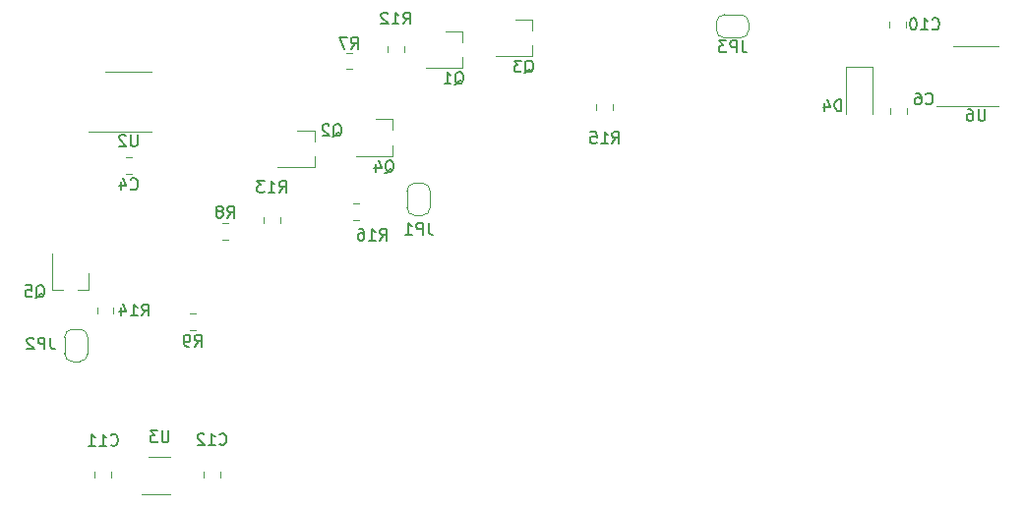
<source format=gbo>
G04 #@! TF.GenerationSoftware,KiCad,Pcbnew,(5.1.2)-1*
G04 #@! TF.CreationDate,2022-03-08T00:19:59-05:00*
G04 #@! TF.ProjectId,telemetry_transmitter,74656c65-6d65-4747-9279-5f7472616e73,rev?*
G04 #@! TF.SameCoordinates,Original*
G04 #@! TF.FileFunction,Legend,Bot*
G04 #@! TF.FilePolarity,Positive*
%FSLAX46Y46*%
G04 Gerber Fmt 4.6, Leading zero omitted, Abs format (unit mm)*
G04 Created by KiCad (PCBNEW (5.1.2)-1) date 2022-03-08 00:19:59*
%MOMM*%
%LPD*%
G04 APERTURE LIST*
%ADD10C,0.120000*%
%ADD11C,0.150000*%
%ADD12C,2.302000*%
%ADD13C,1.302000*%
%ADD14R,1.302000X1.302000*%
%ADD15O,1.802000X1.802000*%
%ADD16R,1.802000X1.802000*%
%ADD17C,0.500000*%
%ADD18C,0.100000*%
%ADD19C,2.602000*%
%ADD20C,1.252000*%
%ADD21C,0.702000*%
%ADD22C,5.702000*%
%ADD23C,3.102000*%
%ADD24C,1.602000*%
%ADD25R,1.662000X0.752000*%
%ADD26R,0.902000X2.002000*%
%ADD27R,2.002000X0.902000*%
%ADD28C,2.702000*%
%ADD29C,1.527000*%
%ADD30C,1.702000*%
%ADD31R,1.702000X1.702000*%
G04 APERTURE END LIST*
D10*
X172300000Y-72000000D02*
X173700000Y-72000000D01*
X174400000Y-71300000D02*
X174400000Y-70700000D01*
X173700000Y-70000000D02*
X172300000Y-70000000D01*
X171600000Y-70700000D02*
X171600000Y-71300000D01*
X171600000Y-71300000D02*
G75*
G03X172300000Y-72000000I700000J0D01*
G01*
X172300000Y-70000000D02*
G75*
G03X171600000Y-70700000I0J-700000D01*
G01*
X174400000Y-70700000D02*
G75*
G03X173700000Y-70000000I-700000J0D01*
G01*
X173700000Y-72000000D02*
G75*
G03X174400000Y-71300000I0J700000D01*
G01*
X132660320Y-87958452D02*
X132660320Y-87435948D01*
X134080320Y-87958452D02*
X134080320Y-87435948D01*
X121000000Y-80060000D02*
X117550000Y-80060000D01*
X121000000Y-80060000D02*
X122950000Y-80060000D01*
X121000000Y-74940000D02*
X119050000Y-74940000D01*
X121000000Y-74940000D02*
X122950000Y-74940000D01*
X118290000Y-95213748D02*
X118290000Y-95736252D01*
X119710000Y-95213748D02*
X119710000Y-95736252D01*
X126263748Y-97210000D02*
X126786252Y-97210000D01*
X126263748Y-95790000D02*
X126786252Y-95790000D01*
X193960000Y-77854000D02*
X190510000Y-77854000D01*
X193960000Y-77854000D02*
X195910000Y-77854000D01*
X193960000Y-72734000D02*
X192010000Y-72734000D01*
X193960000Y-72734000D02*
X195910000Y-72734000D01*
X124573440Y-111329240D02*
X122123440Y-111329240D01*
X122773440Y-108109240D02*
X124573440Y-108109240D01*
X140327748Y-86259600D02*
X140850252Y-86259600D01*
X140327748Y-87679600D02*
X140850252Y-87679600D01*
X161290000Y-78261252D02*
X161290000Y-77738748D01*
X162710000Y-78261252D02*
X162710000Y-77738748D01*
X143290000Y-73261252D02*
X143290000Y-72738748D01*
X144710000Y-73261252D02*
X144710000Y-72738748D01*
X129608212Y-89406800D02*
X129085708Y-89406800D01*
X129608212Y-87986800D02*
X129085708Y-87986800D01*
X140261252Y-74710000D02*
X139738748Y-74710000D01*
X140261252Y-73290000D02*
X139738748Y-73290000D01*
X117580000Y-93760000D02*
X116650000Y-93760000D01*
X114420000Y-93760000D02*
X115350000Y-93760000D01*
X114420000Y-93760000D02*
X114420000Y-90600000D01*
X117580000Y-93760000D02*
X117580000Y-92300000D01*
X143760000Y-79024360D02*
X142300000Y-79024360D01*
X143760000Y-82184360D02*
X140600000Y-82184360D01*
X143760000Y-82184360D02*
X143760000Y-81254360D01*
X143760000Y-79024360D02*
X143760000Y-79954360D01*
X155760000Y-70420000D02*
X154300000Y-70420000D01*
X155760000Y-73580000D02*
X152600000Y-73580000D01*
X155760000Y-73580000D02*
X155760000Y-72650000D01*
X155760000Y-70420000D02*
X155760000Y-71350000D01*
X137015760Y-79974320D02*
X135555760Y-79974320D01*
X137015760Y-83134320D02*
X133855760Y-83134320D01*
X137015760Y-83134320D02*
X137015760Y-82204320D01*
X137015760Y-79974320D02*
X137015760Y-80904320D01*
X149760000Y-71420000D02*
X148300000Y-71420000D01*
X149760000Y-74580000D02*
X146600000Y-74580000D01*
X149760000Y-74580000D02*
X149760000Y-73650000D01*
X149760000Y-71420000D02*
X149760000Y-72350000D01*
X115500000Y-97800000D02*
X115500000Y-99200000D01*
X116200000Y-99900000D02*
X116800000Y-99900000D01*
X117500000Y-99200000D02*
X117500000Y-97800000D01*
X116800000Y-97100000D02*
X116200000Y-97100000D01*
X116200000Y-97100000D02*
G75*
G03X115500000Y-97800000I0J-700000D01*
G01*
X117500000Y-97800000D02*
G75*
G03X116800000Y-97100000I-700000J0D01*
G01*
X116800000Y-99900000D02*
G75*
G03X117500000Y-99200000I0J700000D01*
G01*
X115500000Y-99200000D02*
G75*
G03X116200000Y-99900000I700000J0D01*
G01*
X146975320Y-86607880D02*
X146975320Y-85207880D01*
X146275320Y-84507880D02*
X145675320Y-84507880D01*
X144975320Y-85207880D02*
X144975320Y-86607880D01*
X145675320Y-87307880D02*
X146275320Y-87307880D01*
X146275320Y-87307880D02*
G75*
G03X146975320Y-86607880I0J700000D01*
G01*
X144975320Y-86607880D02*
G75*
G03X145675320Y-87307880I700000J0D01*
G01*
X145675320Y-84507880D02*
G75*
G03X144975320Y-85207880I0J-700000D01*
G01*
X146975320Y-85207880D02*
G75*
G03X146275320Y-84507880I-700000J0D01*
G01*
X185031000Y-74538500D02*
X185031000Y-78598500D01*
X182761000Y-74538500D02*
X185031000Y-74538500D01*
X182761000Y-78598500D02*
X182761000Y-74538500D01*
X128924960Y-109390788D02*
X128924960Y-109913292D01*
X127504960Y-109390788D02*
X127504960Y-109913292D01*
X119520000Y-109373748D02*
X119520000Y-109896252D01*
X118100000Y-109373748D02*
X118100000Y-109896252D01*
X187908000Y-70595748D02*
X187908000Y-71118252D01*
X186488000Y-70595748D02*
X186488000Y-71118252D01*
X186588840Y-78580252D02*
X186588840Y-78057748D01*
X188008840Y-78580252D02*
X188008840Y-78057748D01*
X120763748Y-82290000D02*
X121286252Y-82290000D01*
X120763748Y-83710000D02*
X121286252Y-83710000D01*
D11*
X173833333Y-72252380D02*
X173833333Y-72966666D01*
X173880952Y-73109523D01*
X173976190Y-73204761D01*
X174119047Y-73252380D01*
X174214285Y-73252380D01*
X173357142Y-73252380D02*
X173357142Y-72252380D01*
X172976190Y-72252380D01*
X172880952Y-72300000D01*
X172833333Y-72347619D01*
X172785714Y-72442857D01*
X172785714Y-72585714D01*
X172833333Y-72680952D01*
X172880952Y-72728571D01*
X172976190Y-72776190D01*
X173357142Y-72776190D01*
X172452380Y-72252380D02*
X171833333Y-72252380D01*
X172166666Y-72633333D01*
X172023809Y-72633333D01*
X171928571Y-72680952D01*
X171880952Y-72728571D01*
X171833333Y-72823809D01*
X171833333Y-73061904D01*
X171880952Y-73157142D01*
X171928571Y-73204761D01*
X172023809Y-73252380D01*
X172309523Y-73252380D01*
X172404761Y-73204761D01*
X172452380Y-73157142D01*
X133982697Y-85320020D02*
X134316030Y-84843830D01*
X134554125Y-85320020D02*
X134554125Y-84320020D01*
X134173173Y-84320020D01*
X134077935Y-84367640D01*
X134030316Y-84415259D01*
X133982697Y-84510497D01*
X133982697Y-84653354D01*
X134030316Y-84748592D01*
X134077935Y-84796211D01*
X134173173Y-84843830D01*
X134554125Y-84843830D01*
X133030316Y-85320020D02*
X133601744Y-85320020D01*
X133316030Y-85320020D02*
X133316030Y-84320020D01*
X133411268Y-84462878D01*
X133506506Y-84558116D01*
X133601744Y-84605735D01*
X132696982Y-84320020D02*
X132077935Y-84320020D01*
X132411268Y-84700973D01*
X132268411Y-84700973D01*
X132173173Y-84748592D01*
X132125554Y-84796211D01*
X132077935Y-84891449D01*
X132077935Y-85129544D01*
X132125554Y-85224782D01*
X132173173Y-85272401D01*
X132268411Y-85320020D01*
X132554125Y-85320020D01*
X132649363Y-85272401D01*
X132696982Y-85224782D01*
X121761904Y-80352380D02*
X121761904Y-81161904D01*
X121714285Y-81257142D01*
X121666666Y-81304761D01*
X121571428Y-81352380D01*
X121380952Y-81352380D01*
X121285714Y-81304761D01*
X121238095Y-81257142D01*
X121190476Y-81161904D01*
X121190476Y-80352380D01*
X120761904Y-80447619D02*
X120714285Y-80400000D01*
X120619047Y-80352380D01*
X120380952Y-80352380D01*
X120285714Y-80400000D01*
X120238095Y-80447619D01*
X120190476Y-80542857D01*
X120190476Y-80638095D01*
X120238095Y-80780952D01*
X120809523Y-81352380D01*
X120190476Y-81352380D01*
X122142857Y-95952380D02*
X122476190Y-95476190D01*
X122714285Y-95952380D02*
X122714285Y-94952380D01*
X122333333Y-94952380D01*
X122238095Y-95000000D01*
X122190476Y-95047619D01*
X122142857Y-95142857D01*
X122142857Y-95285714D01*
X122190476Y-95380952D01*
X122238095Y-95428571D01*
X122333333Y-95476190D01*
X122714285Y-95476190D01*
X121190476Y-95952380D02*
X121761904Y-95952380D01*
X121476190Y-95952380D02*
X121476190Y-94952380D01*
X121571428Y-95095238D01*
X121666666Y-95190476D01*
X121761904Y-95238095D01*
X120333333Y-95285714D02*
X120333333Y-95952380D01*
X120571428Y-94904761D02*
X120809523Y-95619047D01*
X120190476Y-95619047D01*
X126691666Y-98602380D02*
X127025000Y-98126190D01*
X127263095Y-98602380D02*
X127263095Y-97602380D01*
X126882142Y-97602380D01*
X126786904Y-97650000D01*
X126739285Y-97697619D01*
X126691666Y-97792857D01*
X126691666Y-97935714D01*
X126739285Y-98030952D01*
X126786904Y-98078571D01*
X126882142Y-98126190D01*
X127263095Y-98126190D01*
X126215476Y-98602380D02*
X126025000Y-98602380D01*
X125929761Y-98554761D01*
X125882142Y-98507142D01*
X125786904Y-98364285D01*
X125739285Y-98173809D01*
X125739285Y-97792857D01*
X125786904Y-97697619D01*
X125834523Y-97650000D01*
X125929761Y-97602380D01*
X126120238Y-97602380D01*
X126215476Y-97650000D01*
X126263095Y-97697619D01*
X126310714Y-97792857D01*
X126310714Y-98030952D01*
X126263095Y-98126190D01*
X126215476Y-98173809D01*
X126120238Y-98221428D01*
X125929761Y-98221428D01*
X125834523Y-98173809D01*
X125786904Y-98126190D01*
X125739285Y-98030952D01*
X194721904Y-78146380D02*
X194721904Y-78955904D01*
X194674285Y-79051142D01*
X194626666Y-79098761D01*
X194531428Y-79146380D01*
X194340952Y-79146380D01*
X194245714Y-79098761D01*
X194198095Y-79051142D01*
X194150476Y-78955904D01*
X194150476Y-78146380D01*
X193245714Y-78146380D02*
X193436190Y-78146380D01*
X193531428Y-78194000D01*
X193579047Y-78241619D01*
X193674285Y-78384476D01*
X193721904Y-78574952D01*
X193721904Y-78955904D01*
X193674285Y-79051142D01*
X193626666Y-79098761D01*
X193531428Y-79146380D01*
X193340952Y-79146380D01*
X193245714Y-79098761D01*
X193198095Y-79051142D01*
X193150476Y-78955904D01*
X193150476Y-78717809D01*
X193198095Y-78622571D01*
X193245714Y-78574952D01*
X193340952Y-78527333D01*
X193531428Y-78527333D01*
X193626666Y-78574952D01*
X193674285Y-78622571D01*
X193721904Y-78717809D01*
X124461904Y-105852380D02*
X124461904Y-106661904D01*
X124414285Y-106757142D01*
X124366666Y-106804761D01*
X124271428Y-106852380D01*
X124080952Y-106852380D01*
X123985714Y-106804761D01*
X123938095Y-106757142D01*
X123890476Y-106661904D01*
X123890476Y-105852380D01*
X123509523Y-105852380D02*
X122890476Y-105852380D01*
X123223809Y-106233333D01*
X123080952Y-106233333D01*
X122985714Y-106280952D01*
X122938095Y-106328571D01*
X122890476Y-106423809D01*
X122890476Y-106661904D01*
X122938095Y-106757142D01*
X122985714Y-106804761D01*
X123080952Y-106852380D01*
X123366666Y-106852380D01*
X123461904Y-106804761D01*
X123509523Y-106757142D01*
X142642857Y-89452380D02*
X142976190Y-88976190D01*
X143214285Y-89452380D02*
X143214285Y-88452380D01*
X142833333Y-88452380D01*
X142738095Y-88500000D01*
X142690476Y-88547619D01*
X142642857Y-88642857D01*
X142642857Y-88785714D01*
X142690476Y-88880952D01*
X142738095Y-88928571D01*
X142833333Y-88976190D01*
X143214285Y-88976190D01*
X141690476Y-89452380D02*
X142261904Y-89452380D01*
X141976190Y-89452380D02*
X141976190Y-88452380D01*
X142071428Y-88595238D01*
X142166666Y-88690476D01*
X142261904Y-88738095D01*
X140833333Y-88452380D02*
X141023809Y-88452380D01*
X141119047Y-88500000D01*
X141166666Y-88547619D01*
X141261904Y-88690476D01*
X141309523Y-88880952D01*
X141309523Y-89261904D01*
X141261904Y-89357142D01*
X141214285Y-89404761D01*
X141119047Y-89452380D01*
X140928571Y-89452380D01*
X140833333Y-89404761D01*
X140785714Y-89357142D01*
X140738095Y-89261904D01*
X140738095Y-89023809D01*
X140785714Y-88928571D01*
X140833333Y-88880952D01*
X140928571Y-88833333D01*
X141119047Y-88833333D01*
X141214285Y-88880952D01*
X141261904Y-88928571D01*
X141309523Y-89023809D01*
X162642857Y-81088900D02*
X162976190Y-80612710D01*
X163214285Y-81088900D02*
X163214285Y-80088900D01*
X162833333Y-80088900D01*
X162738095Y-80136520D01*
X162690476Y-80184139D01*
X162642857Y-80279377D01*
X162642857Y-80422234D01*
X162690476Y-80517472D01*
X162738095Y-80565091D01*
X162833333Y-80612710D01*
X163214285Y-80612710D01*
X161690476Y-81088900D02*
X162261904Y-81088900D01*
X161976190Y-81088900D02*
X161976190Y-80088900D01*
X162071428Y-80231758D01*
X162166666Y-80326996D01*
X162261904Y-80374615D01*
X160785714Y-80088900D02*
X161261904Y-80088900D01*
X161309523Y-80565091D01*
X161261904Y-80517472D01*
X161166666Y-80469853D01*
X160928571Y-80469853D01*
X160833333Y-80517472D01*
X160785714Y-80565091D01*
X160738095Y-80660329D01*
X160738095Y-80898424D01*
X160785714Y-80993662D01*
X160833333Y-81041281D01*
X160928571Y-81088900D01*
X161166666Y-81088900D01*
X161261904Y-81041281D01*
X161309523Y-80993662D01*
X144660857Y-70810380D02*
X144994190Y-70334190D01*
X145232285Y-70810380D02*
X145232285Y-69810380D01*
X144851333Y-69810380D01*
X144756095Y-69858000D01*
X144708476Y-69905619D01*
X144660857Y-70000857D01*
X144660857Y-70143714D01*
X144708476Y-70238952D01*
X144756095Y-70286571D01*
X144851333Y-70334190D01*
X145232285Y-70334190D01*
X143708476Y-70810380D02*
X144279904Y-70810380D01*
X143994190Y-70810380D02*
X143994190Y-69810380D01*
X144089428Y-69953238D01*
X144184666Y-70048476D01*
X144279904Y-70096095D01*
X143327523Y-69905619D02*
X143279904Y-69858000D01*
X143184666Y-69810380D01*
X142946571Y-69810380D01*
X142851333Y-69858000D01*
X142803714Y-69905619D01*
X142756095Y-70000857D01*
X142756095Y-70096095D01*
X142803714Y-70238952D01*
X143375142Y-70810380D01*
X142756095Y-70810380D01*
X129513626Y-87499180D02*
X129846960Y-87022990D01*
X130085055Y-87499180D02*
X130085055Y-86499180D01*
X129704102Y-86499180D01*
X129608864Y-86546800D01*
X129561245Y-86594419D01*
X129513626Y-86689657D01*
X129513626Y-86832514D01*
X129561245Y-86927752D01*
X129608864Y-86975371D01*
X129704102Y-87022990D01*
X130085055Y-87022990D01*
X128942198Y-86927752D02*
X129037436Y-86880133D01*
X129085055Y-86832514D01*
X129132674Y-86737276D01*
X129132674Y-86689657D01*
X129085055Y-86594419D01*
X129037436Y-86546800D01*
X128942198Y-86499180D01*
X128751721Y-86499180D01*
X128656483Y-86546800D01*
X128608864Y-86594419D01*
X128561245Y-86689657D01*
X128561245Y-86737276D01*
X128608864Y-86832514D01*
X128656483Y-86880133D01*
X128751721Y-86927752D01*
X128942198Y-86927752D01*
X129037436Y-86975371D01*
X129085055Y-87022990D01*
X129132674Y-87118228D01*
X129132674Y-87308704D01*
X129085055Y-87403942D01*
X129037436Y-87451561D01*
X128942198Y-87499180D01*
X128751721Y-87499180D01*
X128656483Y-87451561D01*
X128608864Y-87403942D01*
X128561245Y-87308704D01*
X128561245Y-87118228D01*
X128608864Y-87022990D01*
X128656483Y-86975371D01*
X128751721Y-86927752D01*
X140166666Y-72952380D02*
X140500000Y-72476190D01*
X140738095Y-72952380D02*
X140738095Y-71952380D01*
X140357142Y-71952380D01*
X140261904Y-72000000D01*
X140214285Y-72047619D01*
X140166666Y-72142857D01*
X140166666Y-72285714D01*
X140214285Y-72380952D01*
X140261904Y-72428571D01*
X140357142Y-72476190D01*
X140738095Y-72476190D01*
X139833333Y-71952380D02*
X139166666Y-71952380D01*
X139595238Y-72952380D01*
X113026918Y-94426459D02*
X113122156Y-94378840D01*
X113217394Y-94283601D01*
X113360251Y-94140744D01*
X113455489Y-94093125D01*
X113550727Y-94093125D01*
X113503108Y-94331220D02*
X113598346Y-94283601D01*
X113693584Y-94188363D01*
X113741203Y-93997887D01*
X113741203Y-93664554D01*
X113693584Y-93474078D01*
X113598346Y-93378840D01*
X113503108Y-93331220D01*
X113312632Y-93331220D01*
X113217394Y-93378840D01*
X113122156Y-93474078D01*
X113074537Y-93664554D01*
X113074537Y-93997887D01*
X113122156Y-94188363D01*
X113217394Y-94283601D01*
X113312632Y-94331220D01*
X113503108Y-94331220D01*
X112169775Y-93331220D02*
X112645965Y-93331220D01*
X112693584Y-93807411D01*
X112645965Y-93759792D01*
X112550727Y-93712173D01*
X112312632Y-93712173D01*
X112217394Y-93759792D01*
X112169775Y-93807411D01*
X112122156Y-93902649D01*
X112122156Y-94140744D01*
X112169775Y-94235982D01*
X112217394Y-94283601D01*
X112312632Y-94331220D01*
X112550727Y-94331220D01*
X112645965Y-94283601D01*
X112693584Y-94235982D01*
X143095238Y-83651979D02*
X143190476Y-83604360D01*
X143285714Y-83509121D01*
X143428571Y-83366264D01*
X143523809Y-83318645D01*
X143619047Y-83318645D01*
X143571428Y-83556740D02*
X143666666Y-83509121D01*
X143761904Y-83413883D01*
X143809523Y-83223407D01*
X143809523Y-82890074D01*
X143761904Y-82699598D01*
X143666666Y-82604360D01*
X143571428Y-82556740D01*
X143380952Y-82556740D01*
X143285714Y-82604360D01*
X143190476Y-82699598D01*
X143142857Y-82890074D01*
X143142857Y-83223407D01*
X143190476Y-83413883D01*
X143285714Y-83509121D01*
X143380952Y-83556740D01*
X143571428Y-83556740D01*
X142285714Y-82890074D02*
X142285714Y-83556740D01*
X142523809Y-82509121D02*
X142761904Y-83223407D01*
X142142857Y-83223407D01*
X155095238Y-75047619D02*
X155190476Y-75000000D01*
X155285714Y-74904761D01*
X155428571Y-74761904D01*
X155523809Y-74714285D01*
X155619047Y-74714285D01*
X155571428Y-74952380D02*
X155666666Y-74904761D01*
X155761904Y-74809523D01*
X155809523Y-74619047D01*
X155809523Y-74285714D01*
X155761904Y-74095238D01*
X155666666Y-74000000D01*
X155571428Y-73952380D01*
X155380952Y-73952380D01*
X155285714Y-74000000D01*
X155190476Y-74095238D01*
X155142857Y-74285714D01*
X155142857Y-74619047D01*
X155190476Y-74809523D01*
X155285714Y-74904761D01*
X155380952Y-74952380D01*
X155571428Y-74952380D01*
X154809523Y-73952380D02*
X154190476Y-73952380D01*
X154523809Y-74333333D01*
X154380952Y-74333333D01*
X154285714Y-74380952D01*
X154238095Y-74428571D01*
X154190476Y-74523809D01*
X154190476Y-74761904D01*
X154238095Y-74857142D01*
X154285714Y-74904761D01*
X154380952Y-74952380D01*
X154666666Y-74952380D01*
X154761904Y-74904761D01*
X154809523Y-74857142D01*
X138595238Y-80547619D02*
X138690476Y-80500000D01*
X138785714Y-80404761D01*
X138928571Y-80261904D01*
X139023809Y-80214285D01*
X139119047Y-80214285D01*
X139071428Y-80452380D02*
X139166666Y-80404761D01*
X139261904Y-80309523D01*
X139309523Y-80119047D01*
X139309523Y-79785714D01*
X139261904Y-79595238D01*
X139166666Y-79500000D01*
X139071428Y-79452380D01*
X138880952Y-79452380D01*
X138785714Y-79500000D01*
X138690476Y-79595238D01*
X138642857Y-79785714D01*
X138642857Y-80119047D01*
X138690476Y-80309523D01*
X138785714Y-80404761D01*
X138880952Y-80452380D01*
X139071428Y-80452380D01*
X138261904Y-79547619D02*
X138214285Y-79500000D01*
X138119047Y-79452380D01*
X137880952Y-79452380D01*
X137785714Y-79500000D01*
X137738095Y-79547619D01*
X137690476Y-79642857D01*
X137690476Y-79738095D01*
X137738095Y-79880952D01*
X138309523Y-80452380D01*
X137690476Y-80452380D01*
X149095238Y-76047619D02*
X149190476Y-76000000D01*
X149285714Y-75904761D01*
X149428571Y-75761904D01*
X149523809Y-75714285D01*
X149619047Y-75714285D01*
X149571428Y-75952380D02*
X149666666Y-75904761D01*
X149761904Y-75809523D01*
X149809523Y-75619047D01*
X149809523Y-75285714D01*
X149761904Y-75095238D01*
X149666666Y-75000000D01*
X149571428Y-74952380D01*
X149380952Y-74952380D01*
X149285714Y-75000000D01*
X149190476Y-75095238D01*
X149142857Y-75285714D01*
X149142857Y-75619047D01*
X149190476Y-75809523D01*
X149285714Y-75904761D01*
X149380952Y-75952380D01*
X149571428Y-75952380D01*
X148190476Y-75952380D02*
X148761904Y-75952380D01*
X148476190Y-75952380D02*
X148476190Y-74952380D01*
X148571428Y-75095238D01*
X148666666Y-75190476D01*
X148761904Y-75238095D01*
X114275173Y-97840620D02*
X114275173Y-98554906D01*
X114322792Y-98697763D01*
X114418030Y-98793001D01*
X114560887Y-98840620D01*
X114656125Y-98840620D01*
X113798982Y-98840620D02*
X113798982Y-97840620D01*
X113418030Y-97840620D01*
X113322792Y-97888240D01*
X113275173Y-97935859D01*
X113227554Y-98031097D01*
X113227554Y-98173954D01*
X113275173Y-98269192D01*
X113322792Y-98316811D01*
X113418030Y-98364430D01*
X113798982Y-98364430D01*
X112846601Y-97935859D02*
X112798982Y-97888240D01*
X112703744Y-97840620D01*
X112465649Y-97840620D01*
X112370411Y-97888240D01*
X112322792Y-97935859D01*
X112275173Y-98031097D01*
X112275173Y-98126335D01*
X112322792Y-98269192D01*
X112894220Y-98840620D01*
X112275173Y-98840620D01*
X146833333Y-87952380D02*
X146833333Y-88666666D01*
X146880952Y-88809523D01*
X146976190Y-88904761D01*
X147119047Y-88952380D01*
X147214285Y-88952380D01*
X146357142Y-88952380D02*
X146357142Y-87952380D01*
X145976190Y-87952380D01*
X145880952Y-88000000D01*
X145833333Y-88047619D01*
X145785714Y-88142857D01*
X145785714Y-88285714D01*
X145833333Y-88380952D01*
X145880952Y-88428571D01*
X145976190Y-88476190D01*
X146357142Y-88476190D01*
X144833333Y-88952380D02*
X145404761Y-88952380D01*
X145119047Y-88952380D02*
X145119047Y-87952380D01*
X145214285Y-88095238D01*
X145309523Y-88190476D01*
X145404761Y-88238095D01*
X182358255Y-78320500D02*
X182358255Y-77320500D01*
X182120160Y-77320500D01*
X181977302Y-77368120D01*
X181882064Y-77463358D01*
X181834445Y-77558596D01*
X181786826Y-77749072D01*
X181786826Y-77891929D01*
X181834445Y-78082405D01*
X181882064Y-78177643D01*
X181977302Y-78272881D01*
X182120160Y-78320500D01*
X182358255Y-78320500D01*
X180929683Y-77653834D02*
X180929683Y-78320500D01*
X181167779Y-77272881D02*
X181405874Y-77987167D01*
X180786826Y-77987167D01*
X128842577Y-106991662D02*
X128890196Y-107039281D01*
X129033053Y-107086900D01*
X129128291Y-107086900D01*
X129271148Y-107039281D01*
X129366386Y-106944043D01*
X129414005Y-106848805D01*
X129461624Y-106658329D01*
X129461624Y-106515472D01*
X129414005Y-106324996D01*
X129366386Y-106229758D01*
X129271148Y-106134520D01*
X129128291Y-106086900D01*
X129033053Y-106086900D01*
X128890196Y-106134520D01*
X128842577Y-106182139D01*
X127890196Y-107086900D02*
X128461624Y-107086900D01*
X128175910Y-107086900D02*
X128175910Y-106086900D01*
X128271148Y-106229758D01*
X128366386Y-106324996D01*
X128461624Y-106372615D01*
X127509243Y-106182139D02*
X127461624Y-106134520D01*
X127366386Y-106086900D01*
X127128291Y-106086900D01*
X127033053Y-106134520D01*
X126985434Y-106182139D01*
X126937815Y-106277377D01*
X126937815Y-106372615D01*
X126985434Y-106515472D01*
X127556862Y-107086900D01*
X126937815Y-107086900D01*
X119478257Y-107059822D02*
X119525876Y-107107441D01*
X119668733Y-107155060D01*
X119763971Y-107155060D01*
X119906828Y-107107441D01*
X120002066Y-107012203D01*
X120049685Y-106916965D01*
X120097304Y-106726489D01*
X120097304Y-106583632D01*
X120049685Y-106393156D01*
X120002066Y-106297918D01*
X119906828Y-106202680D01*
X119763971Y-106155060D01*
X119668733Y-106155060D01*
X119525876Y-106202680D01*
X119478257Y-106250299D01*
X118525876Y-107155060D02*
X119097304Y-107155060D01*
X118811590Y-107155060D02*
X118811590Y-106155060D01*
X118906828Y-106297918D01*
X119002066Y-106393156D01*
X119097304Y-106440775D01*
X117573495Y-107155060D02*
X118144923Y-107155060D01*
X117859209Y-107155060D02*
X117859209Y-106155060D01*
X117954447Y-106297918D01*
X118049685Y-106393156D01*
X118144923Y-106440775D01*
X190174857Y-71214142D02*
X190222476Y-71261761D01*
X190365333Y-71309380D01*
X190460571Y-71309380D01*
X190603428Y-71261761D01*
X190698666Y-71166523D01*
X190746285Y-71071285D01*
X190793904Y-70880809D01*
X190793904Y-70737952D01*
X190746285Y-70547476D01*
X190698666Y-70452238D01*
X190603428Y-70357000D01*
X190460571Y-70309380D01*
X190365333Y-70309380D01*
X190222476Y-70357000D01*
X190174857Y-70404619D01*
X189222476Y-71309380D02*
X189793904Y-71309380D01*
X189508190Y-71309380D02*
X189508190Y-70309380D01*
X189603428Y-70452238D01*
X189698666Y-70547476D01*
X189793904Y-70595095D01*
X188603428Y-70309380D02*
X188508190Y-70309380D01*
X188412952Y-70357000D01*
X188365333Y-70404619D01*
X188317714Y-70499857D01*
X188270095Y-70690333D01*
X188270095Y-70928428D01*
X188317714Y-71118904D01*
X188365333Y-71214142D01*
X188412952Y-71261761D01*
X188508190Y-71309380D01*
X188603428Y-71309380D01*
X188698666Y-71261761D01*
X188746285Y-71214142D01*
X188793904Y-71118904D01*
X188841523Y-70928428D01*
X188841523Y-70690333D01*
X188793904Y-70499857D01*
X188746285Y-70404619D01*
X188698666Y-70357000D01*
X188603428Y-70309380D01*
X189626666Y-77651142D02*
X189674285Y-77698761D01*
X189817142Y-77746380D01*
X189912380Y-77746380D01*
X190055238Y-77698761D01*
X190150476Y-77603523D01*
X190198095Y-77508285D01*
X190245714Y-77317809D01*
X190245714Y-77174952D01*
X190198095Y-76984476D01*
X190150476Y-76889238D01*
X190055238Y-76794000D01*
X189912380Y-76746380D01*
X189817142Y-76746380D01*
X189674285Y-76794000D01*
X189626666Y-76841619D01*
X188769523Y-76746380D02*
X188960000Y-76746380D01*
X189055238Y-76794000D01*
X189102857Y-76841619D01*
X189198095Y-76984476D01*
X189245714Y-77174952D01*
X189245714Y-77555904D01*
X189198095Y-77651142D01*
X189150476Y-77698761D01*
X189055238Y-77746380D01*
X188864761Y-77746380D01*
X188769523Y-77698761D01*
X188721904Y-77651142D01*
X188674285Y-77555904D01*
X188674285Y-77317809D01*
X188721904Y-77222571D01*
X188769523Y-77174952D01*
X188864761Y-77127333D01*
X189055238Y-77127333D01*
X189150476Y-77174952D01*
X189198095Y-77222571D01*
X189245714Y-77317809D01*
X121191666Y-85007142D02*
X121239285Y-85054761D01*
X121382142Y-85102380D01*
X121477380Y-85102380D01*
X121620238Y-85054761D01*
X121715476Y-84959523D01*
X121763095Y-84864285D01*
X121810714Y-84673809D01*
X121810714Y-84530952D01*
X121763095Y-84340476D01*
X121715476Y-84245238D01*
X121620238Y-84150000D01*
X121477380Y-84102380D01*
X121382142Y-84102380D01*
X121239285Y-84150000D01*
X121191666Y-84197619D01*
X120334523Y-84435714D02*
X120334523Y-85102380D01*
X120572619Y-84054761D02*
X120810714Y-84769047D01*
X120191666Y-84769047D01*
%LPC*%
D12*
X140633080Y-69230240D03*
X129633080Y-69230240D03*
D13*
X137133080Y-70230240D03*
X135133080Y-70230240D03*
X133133080Y-70230240D03*
X133133080Y-68230240D03*
D14*
X137133080Y-68230240D03*
D13*
X135133080Y-68230240D03*
D15*
X158540000Y-90601800D03*
X156000000Y-90601800D03*
X158540000Y-93141800D03*
X156000000Y-93141800D03*
X158540000Y-95681800D03*
X156000000Y-95681800D03*
X158540000Y-98221800D03*
X156000000Y-98221800D03*
X158540000Y-100761800D03*
X156000000Y-100761800D03*
X158540000Y-103301800D03*
X156000000Y-103301800D03*
X158540000Y-105841800D03*
X156000000Y-105841800D03*
X158540000Y-108381800D03*
D16*
X156000000Y-108381800D03*
D17*
X173650000Y-71000000D03*
D18*
G36*
X173656112Y-70199602D02*
G01*
X173674534Y-70199602D01*
X173679533Y-70199848D01*
X173728364Y-70204658D01*
X173733314Y-70205392D01*
X173781439Y-70214964D01*
X173786295Y-70216180D01*
X173833250Y-70230424D01*
X173837961Y-70232110D01*
X173883294Y-70250887D01*
X173887820Y-70253027D01*
X173931093Y-70276158D01*
X173935384Y-70278731D01*
X173976183Y-70305991D01*
X173980204Y-70308973D01*
X174018133Y-70340101D01*
X174021841Y-70343462D01*
X174056538Y-70378159D01*
X174059899Y-70381867D01*
X174091027Y-70419796D01*
X174094009Y-70423817D01*
X174121269Y-70464616D01*
X174123842Y-70468907D01*
X174146973Y-70512180D01*
X174149113Y-70516706D01*
X174167890Y-70562039D01*
X174169576Y-70566750D01*
X174183820Y-70613705D01*
X174185036Y-70618561D01*
X174194608Y-70666686D01*
X174195342Y-70671636D01*
X174200152Y-70720467D01*
X174200398Y-70725466D01*
X174200398Y-70743888D01*
X174201000Y-70750000D01*
X174201000Y-71250000D01*
X174200398Y-71256112D01*
X174200398Y-71274534D01*
X174200152Y-71279533D01*
X174195342Y-71328364D01*
X174194608Y-71333314D01*
X174185036Y-71381439D01*
X174183820Y-71386295D01*
X174169576Y-71433250D01*
X174167890Y-71437961D01*
X174149113Y-71483294D01*
X174146973Y-71487820D01*
X174123842Y-71531093D01*
X174121269Y-71535384D01*
X174094009Y-71576183D01*
X174091027Y-71580204D01*
X174059899Y-71618133D01*
X174056538Y-71621841D01*
X174021841Y-71656538D01*
X174018133Y-71659899D01*
X173980204Y-71691027D01*
X173976183Y-71694009D01*
X173935384Y-71721269D01*
X173931093Y-71723842D01*
X173887820Y-71746973D01*
X173883294Y-71749113D01*
X173837961Y-71767890D01*
X173833250Y-71769576D01*
X173786295Y-71783820D01*
X173781439Y-71785036D01*
X173733314Y-71794608D01*
X173728364Y-71795342D01*
X173679533Y-71800152D01*
X173674534Y-71800398D01*
X173656112Y-71800398D01*
X173650000Y-71801000D01*
X173150000Y-71801000D01*
X173140050Y-71800020D01*
X173130483Y-71797118D01*
X173121666Y-71792405D01*
X173113938Y-71786062D01*
X173107595Y-71778334D01*
X173102882Y-71769517D01*
X173099980Y-71759950D01*
X173099000Y-71750000D01*
X173099000Y-70250000D01*
X173099980Y-70240050D01*
X173102882Y-70230483D01*
X173107595Y-70221666D01*
X173113938Y-70213938D01*
X173121666Y-70207595D01*
X173130483Y-70202882D01*
X173140050Y-70199980D01*
X173150000Y-70199000D01*
X173650000Y-70199000D01*
X173656112Y-70199602D01*
X173656112Y-70199602D01*
G37*
D17*
X172350000Y-71000000D03*
D18*
G36*
X172859950Y-70199980D02*
G01*
X172869517Y-70202882D01*
X172878334Y-70207595D01*
X172886062Y-70213938D01*
X172892405Y-70221666D01*
X172897118Y-70230483D01*
X172900020Y-70240050D01*
X172901000Y-70250000D01*
X172901000Y-71750000D01*
X172900020Y-71759950D01*
X172897118Y-71769517D01*
X172892405Y-71778334D01*
X172886062Y-71786062D01*
X172878334Y-71792405D01*
X172869517Y-71797118D01*
X172859950Y-71800020D01*
X172850000Y-71801000D01*
X172350000Y-71801000D01*
X172343888Y-71800398D01*
X172325466Y-71800398D01*
X172320467Y-71800152D01*
X172271636Y-71795342D01*
X172266686Y-71794608D01*
X172218561Y-71785036D01*
X172213705Y-71783820D01*
X172166750Y-71769576D01*
X172162039Y-71767890D01*
X172116706Y-71749113D01*
X172112180Y-71746973D01*
X172068907Y-71723842D01*
X172064616Y-71721269D01*
X172023817Y-71694009D01*
X172019796Y-71691027D01*
X171981867Y-71659899D01*
X171978159Y-71656538D01*
X171943462Y-71621841D01*
X171940101Y-71618133D01*
X171908973Y-71580204D01*
X171905991Y-71576183D01*
X171878731Y-71535384D01*
X171876158Y-71531093D01*
X171853027Y-71487820D01*
X171850887Y-71483294D01*
X171832110Y-71437961D01*
X171830424Y-71433250D01*
X171816180Y-71386295D01*
X171814964Y-71381439D01*
X171805392Y-71333314D01*
X171804658Y-71328364D01*
X171799848Y-71279533D01*
X171799602Y-71274534D01*
X171799602Y-71256112D01*
X171799000Y-71250000D01*
X171799000Y-70750000D01*
X171799602Y-70743888D01*
X171799602Y-70725466D01*
X171799848Y-70720467D01*
X171804658Y-70671636D01*
X171805392Y-70666686D01*
X171814964Y-70618561D01*
X171816180Y-70613705D01*
X171830424Y-70566750D01*
X171832110Y-70562039D01*
X171850887Y-70516706D01*
X171853027Y-70512180D01*
X171876158Y-70468907D01*
X171878731Y-70464616D01*
X171905991Y-70423817D01*
X171908973Y-70419796D01*
X171940101Y-70381867D01*
X171943462Y-70378159D01*
X171978159Y-70343462D01*
X171981867Y-70340101D01*
X172019796Y-70308973D01*
X172023817Y-70305991D01*
X172064616Y-70278731D01*
X172068907Y-70276158D01*
X172112180Y-70253027D01*
X172116706Y-70250887D01*
X172162039Y-70232110D01*
X172166750Y-70230424D01*
X172213705Y-70216180D01*
X172218561Y-70214964D01*
X172266686Y-70205392D01*
X172271636Y-70204658D01*
X172320467Y-70199848D01*
X172325466Y-70199602D01*
X172343888Y-70199602D01*
X172350000Y-70199000D01*
X172850000Y-70199000D01*
X172859950Y-70199980D01*
X172859950Y-70199980D01*
G37*
D19*
X113528920Y-83294960D03*
X113528920Y-79894960D03*
X126998920Y-79894960D03*
X126998920Y-83294960D03*
D18*
G36*
X133875825Y-86047511D02*
G01*
X133902245Y-86051430D01*
X133928155Y-86057920D01*
X133953303Y-86066918D01*
X133977448Y-86078338D01*
X134000358Y-86092069D01*
X134021812Y-86107980D01*
X134041602Y-86125918D01*
X134059540Y-86145708D01*
X134075451Y-86167162D01*
X134089182Y-86190072D01*
X134100602Y-86214217D01*
X134109600Y-86239365D01*
X134116090Y-86265275D01*
X134120009Y-86291695D01*
X134121320Y-86318373D01*
X134121320Y-87026027D01*
X134120009Y-87052705D01*
X134116090Y-87079125D01*
X134109600Y-87105035D01*
X134100602Y-87130183D01*
X134089182Y-87154328D01*
X134075451Y-87177238D01*
X134059540Y-87198692D01*
X134041602Y-87218482D01*
X134021812Y-87236420D01*
X134000358Y-87252331D01*
X133977448Y-87266062D01*
X133953303Y-87277482D01*
X133928155Y-87286480D01*
X133902245Y-87292970D01*
X133875825Y-87296889D01*
X133849147Y-87298200D01*
X132891493Y-87298200D01*
X132864815Y-87296889D01*
X132838395Y-87292970D01*
X132812485Y-87286480D01*
X132787337Y-87277482D01*
X132763192Y-87266062D01*
X132740282Y-87252331D01*
X132718828Y-87236420D01*
X132699038Y-87218482D01*
X132681100Y-87198692D01*
X132665189Y-87177238D01*
X132651458Y-87154328D01*
X132640038Y-87130183D01*
X132631040Y-87105035D01*
X132624550Y-87079125D01*
X132620631Y-87052705D01*
X132619320Y-87026027D01*
X132619320Y-86318373D01*
X132620631Y-86291695D01*
X132624550Y-86265275D01*
X132631040Y-86239365D01*
X132640038Y-86214217D01*
X132651458Y-86190072D01*
X132665189Y-86167162D01*
X132681100Y-86145708D01*
X132699038Y-86125918D01*
X132718828Y-86107980D01*
X132740282Y-86092069D01*
X132763192Y-86078338D01*
X132787337Y-86066918D01*
X132812485Y-86057920D01*
X132838395Y-86051430D01*
X132864815Y-86047511D01*
X132891493Y-86046200D01*
X133849147Y-86046200D01*
X133875825Y-86047511D01*
X133875825Y-86047511D01*
G37*
D20*
X133370320Y-86672200D03*
D18*
G36*
X133875825Y-88097511D02*
G01*
X133902245Y-88101430D01*
X133928155Y-88107920D01*
X133953303Y-88116918D01*
X133977448Y-88128338D01*
X134000358Y-88142069D01*
X134021812Y-88157980D01*
X134041602Y-88175918D01*
X134059540Y-88195708D01*
X134075451Y-88217162D01*
X134089182Y-88240072D01*
X134100602Y-88264217D01*
X134109600Y-88289365D01*
X134116090Y-88315275D01*
X134120009Y-88341695D01*
X134121320Y-88368373D01*
X134121320Y-89076027D01*
X134120009Y-89102705D01*
X134116090Y-89129125D01*
X134109600Y-89155035D01*
X134100602Y-89180183D01*
X134089182Y-89204328D01*
X134075451Y-89227238D01*
X134059540Y-89248692D01*
X134041602Y-89268482D01*
X134021812Y-89286420D01*
X134000358Y-89302331D01*
X133977448Y-89316062D01*
X133953303Y-89327482D01*
X133928155Y-89336480D01*
X133902245Y-89342970D01*
X133875825Y-89346889D01*
X133849147Y-89348200D01*
X132891493Y-89348200D01*
X132864815Y-89346889D01*
X132838395Y-89342970D01*
X132812485Y-89336480D01*
X132787337Y-89327482D01*
X132763192Y-89316062D01*
X132740282Y-89302331D01*
X132718828Y-89286420D01*
X132699038Y-89268482D01*
X132681100Y-89248692D01*
X132665189Y-89227238D01*
X132651458Y-89204328D01*
X132640038Y-89180183D01*
X132631040Y-89155035D01*
X132624550Y-89129125D01*
X132620631Y-89102705D01*
X132619320Y-89076027D01*
X132619320Y-88368373D01*
X132620631Y-88341695D01*
X132624550Y-88315275D01*
X132631040Y-88289365D01*
X132640038Y-88264217D01*
X132651458Y-88240072D01*
X132665189Y-88217162D01*
X132681100Y-88195708D01*
X132699038Y-88175918D01*
X132718828Y-88157980D01*
X132740282Y-88142069D01*
X132763192Y-88128338D01*
X132787337Y-88116918D01*
X132812485Y-88107920D01*
X132838395Y-88101430D01*
X132864815Y-88097511D01*
X132891493Y-88096200D01*
X133849147Y-88096200D01*
X133875825Y-88097511D01*
X133875825Y-88097511D01*
G37*
D20*
X133370320Y-88722200D03*
D15*
X147868640Y-77708760D03*
X150408640Y-77708760D03*
X152948640Y-77708760D03*
X155488640Y-77708760D03*
D16*
X158028640Y-77708760D03*
D18*
G36*
X124342702Y-79054845D02*
G01*
X124359738Y-79057372D01*
X124376445Y-79061557D01*
X124392661Y-79067359D01*
X124408230Y-79074723D01*
X124423003Y-79083577D01*
X124436836Y-79093837D01*
X124449597Y-79105403D01*
X124461163Y-79118164D01*
X124471423Y-79131997D01*
X124480277Y-79146770D01*
X124487641Y-79162339D01*
X124493443Y-79178555D01*
X124497628Y-79195262D01*
X124500155Y-79212298D01*
X124501000Y-79229500D01*
X124501000Y-79580500D01*
X124500155Y-79597702D01*
X124497628Y-79614738D01*
X124493443Y-79631445D01*
X124487641Y-79647661D01*
X124480277Y-79663230D01*
X124471423Y-79678003D01*
X124461163Y-79691836D01*
X124449597Y-79704597D01*
X124436836Y-79716163D01*
X124423003Y-79726423D01*
X124408230Y-79735277D01*
X124392661Y-79742641D01*
X124376445Y-79748443D01*
X124359738Y-79752628D01*
X124342702Y-79755155D01*
X124325500Y-79756000D01*
X122624500Y-79756000D01*
X122607298Y-79755155D01*
X122590262Y-79752628D01*
X122573555Y-79748443D01*
X122557339Y-79742641D01*
X122541770Y-79735277D01*
X122526997Y-79726423D01*
X122513164Y-79716163D01*
X122500403Y-79704597D01*
X122488837Y-79691836D01*
X122478577Y-79678003D01*
X122469723Y-79663230D01*
X122462359Y-79647661D01*
X122456557Y-79631445D01*
X122452372Y-79614738D01*
X122449845Y-79597702D01*
X122449000Y-79580500D01*
X122449000Y-79229500D01*
X122449845Y-79212298D01*
X122452372Y-79195262D01*
X122456557Y-79178555D01*
X122462359Y-79162339D01*
X122469723Y-79146770D01*
X122478577Y-79131997D01*
X122488837Y-79118164D01*
X122500403Y-79105403D01*
X122513164Y-79093837D01*
X122526997Y-79083577D01*
X122541770Y-79074723D01*
X122557339Y-79067359D01*
X122573555Y-79061557D01*
X122590262Y-79057372D01*
X122607298Y-79054845D01*
X122624500Y-79054000D01*
X124325500Y-79054000D01*
X124342702Y-79054845D01*
X124342702Y-79054845D01*
G37*
D21*
X123475000Y-79405000D03*
D18*
G36*
X124342702Y-77784845D02*
G01*
X124359738Y-77787372D01*
X124376445Y-77791557D01*
X124392661Y-77797359D01*
X124408230Y-77804723D01*
X124423003Y-77813577D01*
X124436836Y-77823837D01*
X124449597Y-77835403D01*
X124461163Y-77848164D01*
X124471423Y-77861997D01*
X124480277Y-77876770D01*
X124487641Y-77892339D01*
X124493443Y-77908555D01*
X124497628Y-77925262D01*
X124500155Y-77942298D01*
X124501000Y-77959500D01*
X124501000Y-78310500D01*
X124500155Y-78327702D01*
X124497628Y-78344738D01*
X124493443Y-78361445D01*
X124487641Y-78377661D01*
X124480277Y-78393230D01*
X124471423Y-78408003D01*
X124461163Y-78421836D01*
X124449597Y-78434597D01*
X124436836Y-78446163D01*
X124423003Y-78456423D01*
X124408230Y-78465277D01*
X124392661Y-78472641D01*
X124376445Y-78478443D01*
X124359738Y-78482628D01*
X124342702Y-78485155D01*
X124325500Y-78486000D01*
X122624500Y-78486000D01*
X122607298Y-78485155D01*
X122590262Y-78482628D01*
X122573555Y-78478443D01*
X122557339Y-78472641D01*
X122541770Y-78465277D01*
X122526997Y-78456423D01*
X122513164Y-78446163D01*
X122500403Y-78434597D01*
X122488837Y-78421836D01*
X122478577Y-78408003D01*
X122469723Y-78393230D01*
X122462359Y-78377661D01*
X122456557Y-78361445D01*
X122452372Y-78344738D01*
X122449845Y-78327702D01*
X122449000Y-78310500D01*
X122449000Y-77959500D01*
X122449845Y-77942298D01*
X122452372Y-77925262D01*
X122456557Y-77908555D01*
X122462359Y-77892339D01*
X122469723Y-77876770D01*
X122478577Y-77861997D01*
X122488837Y-77848164D01*
X122500403Y-77835403D01*
X122513164Y-77823837D01*
X122526997Y-77813577D01*
X122541770Y-77804723D01*
X122557339Y-77797359D01*
X122573555Y-77791557D01*
X122590262Y-77787372D01*
X122607298Y-77784845D01*
X122624500Y-77784000D01*
X124325500Y-77784000D01*
X124342702Y-77784845D01*
X124342702Y-77784845D01*
G37*
D21*
X123475000Y-78135000D03*
D18*
G36*
X124342702Y-76514845D02*
G01*
X124359738Y-76517372D01*
X124376445Y-76521557D01*
X124392661Y-76527359D01*
X124408230Y-76534723D01*
X124423003Y-76543577D01*
X124436836Y-76553837D01*
X124449597Y-76565403D01*
X124461163Y-76578164D01*
X124471423Y-76591997D01*
X124480277Y-76606770D01*
X124487641Y-76622339D01*
X124493443Y-76638555D01*
X124497628Y-76655262D01*
X124500155Y-76672298D01*
X124501000Y-76689500D01*
X124501000Y-77040500D01*
X124500155Y-77057702D01*
X124497628Y-77074738D01*
X124493443Y-77091445D01*
X124487641Y-77107661D01*
X124480277Y-77123230D01*
X124471423Y-77138003D01*
X124461163Y-77151836D01*
X124449597Y-77164597D01*
X124436836Y-77176163D01*
X124423003Y-77186423D01*
X124408230Y-77195277D01*
X124392661Y-77202641D01*
X124376445Y-77208443D01*
X124359738Y-77212628D01*
X124342702Y-77215155D01*
X124325500Y-77216000D01*
X122624500Y-77216000D01*
X122607298Y-77215155D01*
X122590262Y-77212628D01*
X122573555Y-77208443D01*
X122557339Y-77202641D01*
X122541770Y-77195277D01*
X122526997Y-77186423D01*
X122513164Y-77176163D01*
X122500403Y-77164597D01*
X122488837Y-77151836D01*
X122478577Y-77138003D01*
X122469723Y-77123230D01*
X122462359Y-77107661D01*
X122456557Y-77091445D01*
X122452372Y-77074738D01*
X122449845Y-77057702D01*
X122449000Y-77040500D01*
X122449000Y-76689500D01*
X122449845Y-76672298D01*
X122452372Y-76655262D01*
X122456557Y-76638555D01*
X122462359Y-76622339D01*
X122469723Y-76606770D01*
X122478577Y-76591997D01*
X122488837Y-76578164D01*
X122500403Y-76565403D01*
X122513164Y-76553837D01*
X122526997Y-76543577D01*
X122541770Y-76534723D01*
X122557339Y-76527359D01*
X122573555Y-76521557D01*
X122590262Y-76517372D01*
X122607298Y-76514845D01*
X122624500Y-76514000D01*
X124325500Y-76514000D01*
X124342702Y-76514845D01*
X124342702Y-76514845D01*
G37*
D21*
X123475000Y-76865000D03*
D18*
G36*
X124342702Y-75244845D02*
G01*
X124359738Y-75247372D01*
X124376445Y-75251557D01*
X124392661Y-75257359D01*
X124408230Y-75264723D01*
X124423003Y-75273577D01*
X124436836Y-75283837D01*
X124449597Y-75295403D01*
X124461163Y-75308164D01*
X124471423Y-75321997D01*
X124480277Y-75336770D01*
X124487641Y-75352339D01*
X124493443Y-75368555D01*
X124497628Y-75385262D01*
X124500155Y-75402298D01*
X124501000Y-75419500D01*
X124501000Y-75770500D01*
X124500155Y-75787702D01*
X124497628Y-75804738D01*
X124493443Y-75821445D01*
X124487641Y-75837661D01*
X124480277Y-75853230D01*
X124471423Y-75868003D01*
X124461163Y-75881836D01*
X124449597Y-75894597D01*
X124436836Y-75906163D01*
X124423003Y-75916423D01*
X124408230Y-75925277D01*
X124392661Y-75932641D01*
X124376445Y-75938443D01*
X124359738Y-75942628D01*
X124342702Y-75945155D01*
X124325500Y-75946000D01*
X122624500Y-75946000D01*
X122607298Y-75945155D01*
X122590262Y-75942628D01*
X122573555Y-75938443D01*
X122557339Y-75932641D01*
X122541770Y-75925277D01*
X122526997Y-75916423D01*
X122513164Y-75906163D01*
X122500403Y-75894597D01*
X122488837Y-75881836D01*
X122478577Y-75868003D01*
X122469723Y-75853230D01*
X122462359Y-75837661D01*
X122456557Y-75821445D01*
X122452372Y-75804738D01*
X122449845Y-75787702D01*
X122449000Y-75770500D01*
X122449000Y-75419500D01*
X122449845Y-75402298D01*
X122452372Y-75385262D01*
X122456557Y-75368555D01*
X122462359Y-75352339D01*
X122469723Y-75336770D01*
X122478577Y-75321997D01*
X122488837Y-75308164D01*
X122500403Y-75295403D01*
X122513164Y-75283837D01*
X122526997Y-75273577D01*
X122541770Y-75264723D01*
X122557339Y-75257359D01*
X122573555Y-75251557D01*
X122590262Y-75247372D01*
X122607298Y-75244845D01*
X122624500Y-75244000D01*
X124325500Y-75244000D01*
X124342702Y-75244845D01*
X124342702Y-75244845D01*
G37*
D21*
X123475000Y-75595000D03*
D18*
G36*
X119392702Y-75244845D02*
G01*
X119409738Y-75247372D01*
X119426445Y-75251557D01*
X119442661Y-75257359D01*
X119458230Y-75264723D01*
X119473003Y-75273577D01*
X119486836Y-75283837D01*
X119499597Y-75295403D01*
X119511163Y-75308164D01*
X119521423Y-75321997D01*
X119530277Y-75336770D01*
X119537641Y-75352339D01*
X119543443Y-75368555D01*
X119547628Y-75385262D01*
X119550155Y-75402298D01*
X119551000Y-75419500D01*
X119551000Y-75770500D01*
X119550155Y-75787702D01*
X119547628Y-75804738D01*
X119543443Y-75821445D01*
X119537641Y-75837661D01*
X119530277Y-75853230D01*
X119521423Y-75868003D01*
X119511163Y-75881836D01*
X119499597Y-75894597D01*
X119486836Y-75906163D01*
X119473003Y-75916423D01*
X119458230Y-75925277D01*
X119442661Y-75932641D01*
X119426445Y-75938443D01*
X119409738Y-75942628D01*
X119392702Y-75945155D01*
X119375500Y-75946000D01*
X117674500Y-75946000D01*
X117657298Y-75945155D01*
X117640262Y-75942628D01*
X117623555Y-75938443D01*
X117607339Y-75932641D01*
X117591770Y-75925277D01*
X117576997Y-75916423D01*
X117563164Y-75906163D01*
X117550403Y-75894597D01*
X117538837Y-75881836D01*
X117528577Y-75868003D01*
X117519723Y-75853230D01*
X117512359Y-75837661D01*
X117506557Y-75821445D01*
X117502372Y-75804738D01*
X117499845Y-75787702D01*
X117499000Y-75770500D01*
X117499000Y-75419500D01*
X117499845Y-75402298D01*
X117502372Y-75385262D01*
X117506557Y-75368555D01*
X117512359Y-75352339D01*
X117519723Y-75336770D01*
X117528577Y-75321997D01*
X117538837Y-75308164D01*
X117550403Y-75295403D01*
X117563164Y-75283837D01*
X117576997Y-75273577D01*
X117591770Y-75264723D01*
X117607339Y-75257359D01*
X117623555Y-75251557D01*
X117640262Y-75247372D01*
X117657298Y-75244845D01*
X117674500Y-75244000D01*
X119375500Y-75244000D01*
X119392702Y-75244845D01*
X119392702Y-75244845D01*
G37*
D21*
X118525000Y-75595000D03*
D18*
G36*
X119392702Y-76514845D02*
G01*
X119409738Y-76517372D01*
X119426445Y-76521557D01*
X119442661Y-76527359D01*
X119458230Y-76534723D01*
X119473003Y-76543577D01*
X119486836Y-76553837D01*
X119499597Y-76565403D01*
X119511163Y-76578164D01*
X119521423Y-76591997D01*
X119530277Y-76606770D01*
X119537641Y-76622339D01*
X119543443Y-76638555D01*
X119547628Y-76655262D01*
X119550155Y-76672298D01*
X119551000Y-76689500D01*
X119551000Y-77040500D01*
X119550155Y-77057702D01*
X119547628Y-77074738D01*
X119543443Y-77091445D01*
X119537641Y-77107661D01*
X119530277Y-77123230D01*
X119521423Y-77138003D01*
X119511163Y-77151836D01*
X119499597Y-77164597D01*
X119486836Y-77176163D01*
X119473003Y-77186423D01*
X119458230Y-77195277D01*
X119442661Y-77202641D01*
X119426445Y-77208443D01*
X119409738Y-77212628D01*
X119392702Y-77215155D01*
X119375500Y-77216000D01*
X117674500Y-77216000D01*
X117657298Y-77215155D01*
X117640262Y-77212628D01*
X117623555Y-77208443D01*
X117607339Y-77202641D01*
X117591770Y-77195277D01*
X117576997Y-77186423D01*
X117563164Y-77176163D01*
X117550403Y-77164597D01*
X117538837Y-77151836D01*
X117528577Y-77138003D01*
X117519723Y-77123230D01*
X117512359Y-77107661D01*
X117506557Y-77091445D01*
X117502372Y-77074738D01*
X117499845Y-77057702D01*
X117499000Y-77040500D01*
X117499000Y-76689500D01*
X117499845Y-76672298D01*
X117502372Y-76655262D01*
X117506557Y-76638555D01*
X117512359Y-76622339D01*
X117519723Y-76606770D01*
X117528577Y-76591997D01*
X117538837Y-76578164D01*
X117550403Y-76565403D01*
X117563164Y-76553837D01*
X117576997Y-76543577D01*
X117591770Y-76534723D01*
X117607339Y-76527359D01*
X117623555Y-76521557D01*
X117640262Y-76517372D01*
X117657298Y-76514845D01*
X117674500Y-76514000D01*
X119375500Y-76514000D01*
X119392702Y-76514845D01*
X119392702Y-76514845D01*
G37*
D21*
X118525000Y-76865000D03*
D18*
G36*
X119392702Y-77784845D02*
G01*
X119409738Y-77787372D01*
X119426445Y-77791557D01*
X119442661Y-77797359D01*
X119458230Y-77804723D01*
X119473003Y-77813577D01*
X119486836Y-77823837D01*
X119499597Y-77835403D01*
X119511163Y-77848164D01*
X119521423Y-77861997D01*
X119530277Y-77876770D01*
X119537641Y-77892339D01*
X119543443Y-77908555D01*
X119547628Y-77925262D01*
X119550155Y-77942298D01*
X119551000Y-77959500D01*
X119551000Y-78310500D01*
X119550155Y-78327702D01*
X119547628Y-78344738D01*
X119543443Y-78361445D01*
X119537641Y-78377661D01*
X119530277Y-78393230D01*
X119521423Y-78408003D01*
X119511163Y-78421836D01*
X119499597Y-78434597D01*
X119486836Y-78446163D01*
X119473003Y-78456423D01*
X119458230Y-78465277D01*
X119442661Y-78472641D01*
X119426445Y-78478443D01*
X119409738Y-78482628D01*
X119392702Y-78485155D01*
X119375500Y-78486000D01*
X117674500Y-78486000D01*
X117657298Y-78485155D01*
X117640262Y-78482628D01*
X117623555Y-78478443D01*
X117607339Y-78472641D01*
X117591770Y-78465277D01*
X117576997Y-78456423D01*
X117563164Y-78446163D01*
X117550403Y-78434597D01*
X117538837Y-78421836D01*
X117528577Y-78408003D01*
X117519723Y-78393230D01*
X117512359Y-78377661D01*
X117506557Y-78361445D01*
X117502372Y-78344738D01*
X117499845Y-78327702D01*
X117499000Y-78310500D01*
X117499000Y-77959500D01*
X117499845Y-77942298D01*
X117502372Y-77925262D01*
X117506557Y-77908555D01*
X117512359Y-77892339D01*
X117519723Y-77876770D01*
X117528577Y-77861997D01*
X117538837Y-77848164D01*
X117550403Y-77835403D01*
X117563164Y-77823837D01*
X117576997Y-77813577D01*
X117591770Y-77804723D01*
X117607339Y-77797359D01*
X117623555Y-77791557D01*
X117640262Y-77787372D01*
X117657298Y-77784845D01*
X117674500Y-77784000D01*
X119375500Y-77784000D01*
X119392702Y-77784845D01*
X119392702Y-77784845D01*
G37*
D21*
X118525000Y-78135000D03*
D18*
G36*
X119392702Y-79054845D02*
G01*
X119409738Y-79057372D01*
X119426445Y-79061557D01*
X119442661Y-79067359D01*
X119458230Y-79074723D01*
X119473003Y-79083577D01*
X119486836Y-79093837D01*
X119499597Y-79105403D01*
X119511163Y-79118164D01*
X119521423Y-79131997D01*
X119530277Y-79146770D01*
X119537641Y-79162339D01*
X119543443Y-79178555D01*
X119547628Y-79195262D01*
X119550155Y-79212298D01*
X119551000Y-79229500D01*
X119551000Y-79580500D01*
X119550155Y-79597702D01*
X119547628Y-79614738D01*
X119543443Y-79631445D01*
X119537641Y-79647661D01*
X119530277Y-79663230D01*
X119521423Y-79678003D01*
X119511163Y-79691836D01*
X119499597Y-79704597D01*
X119486836Y-79716163D01*
X119473003Y-79726423D01*
X119458230Y-79735277D01*
X119442661Y-79742641D01*
X119426445Y-79748443D01*
X119409738Y-79752628D01*
X119392702Y-79755155D01*
X119375500Y-79756000D01*
X117674500Y-79756000D01*
X117657298Y-79755155D01*
X117640262Y-79752628D01*
X117623555Y-79748443D01*
X117607339Y-79742641D01*
X117591770Y-79735277D01*
X117576997Y-79726423D01*
X117563164Y-79716163D01*
X117550403Y-79704597D01*
X117538837Y-79691836D01*
X117528577Y-79678003D01*
X117519723Y-79663230D01*
X117512359Y-79647661D01*
X117506557Y-79631445D01*
X117502372Y-79614738D01*
X117499845Y-79597702D01*
X117499000Y-79580500D01*
X117499000Y-79229500D01*
X117499845Y-79212298D01*
X117502372Y-79195262D01*
X117506557Y-79178555D01*
X117512359Y-79162339D01*
X117519723Y-79146770D01*
X117528577Y-79131997D01*
X117538837Y-79118164D01*
X117550403Y-79105403D01*
X117563164Y-79093837D01*
X117576997Y-79083577D01*
X117591770Y-79074723D01*
X117607339Y-79067359D01*
X117623555Y-79061557D01*
X117640262Y-79057372D01*
X117657298Y-79054845D01*
X117674500Y-79054000D01*
X119375500Y-79054000D01*
X119392702Y-79054845D01*
X119392702Y-79054845D01*
G37*
D21*
X118525000Y-79405000D03*
D22*
X114000000Y-71000000D03*
X114000000Y-108000000D03*
X165000000Y-85000000D03*
X207500000Y-71000000D03*
D18*
G36*
X119505505Y-93825311D02*
G01*
X119531925Y-93829230D01*
X119557835Y-93835720D01*
X119582983Y-93844718D01*
X119607128Y-93856138D01*
X119630038Y-93869869D01*
X119651492Y-93885780D01*
X119671282Y-93903718D01*
X119689220Y-93923508D01*
X119705131Y-93944962D01*
X119718862Y-93967872D01*
X119730282Y-93992017D01*
X119739280Y-94017165D01*
X119745770Y-94043075D01*
X119749689Y-94069495D01*
X119751000Y-94096173D01*
X119751000Y-94803827D01*
X119749689Y-94830505D01*
X119745770Y-94856925D01*
X119739280Y-94882835D01*
X119730282Y-94907983D01*
X119718862Y-94932128D01*
X119705131Y-94955038D01*
X119689220Y-94976492D01*
X119671282Y-94996282D01*
X119651492Y-95014220D01*
X119630038Y-95030131D01*
X119607128Y-95043862D01*
X119582983Y-95055282D01*
X119557835Y-95064280D01*
X119531925Y-95070770D01*
X119505505Y-95074689D01*
X119478827Y-95076000D01*
X118521173Y-95076000D01*
X118494495Y-95074689D01*
X118468075Y-95070770D01*
X118442165Y-95064280D01*
X118417017Y-95055282D01*
X118392872Y-95043862D01*
X118369962Y-95030131D01*
X118348508Y-95014220D01*
X118328718Y-94996282D01*
X118310780Y-94976492D01*
X118294869Y-94955038D01*
X118281138Y-94932128D01*
X118269718Y-94907983D01*
X118260720Y-94882835D01*
X118254230Y-94856925D01*
X118250311Y-94830505D01*
X118249000Y-94803827D01*
X118249000Y-94096173D01*
X118250311Y-94069495D01*
X118254230Y-94043075D01*
X118260720Y-94017165D01*
X118269718Y-93992017D01*
X118281138Y-93967872D01*
X118294869Y-93944962D01*
X118310780Y-93923508D01*
X118328718Y-93903718D01*
X118348508Y-93885780D01*
X118369962Y-93869869D01*
X118392872Y-93856138D01*
X118417017Y-93844718D01*
X118442165Y-93835720D01*
X118468075Y-93829230D01*
X118494495Y-93825311D01*
X118521173Y-93824000D01*
X119478827Y-93824000D01*
X119505505Y-93825311D01*
X119505505Y-93825311D01*
G37*
D20*
X119000000Y-94450000D03*
D18*
G36*
X119505505Y-95875311D02*
G01*
X119531925Y-95879230D01*
X119557835Y-95885720D01*
X119582983Y-95894718D01*
X119607128Y-95906138D01*
X119630038Y-95919869D01*
X119651492Y-95935780D01*
X119671282Y-95953718D01*
X119689220Y-95973508D01*
X119705131Y-95994962D01*
X119718862Y-96017872D01*
X119730282Y-96042017D01*
X119739280Y-96067165D01*
X119745770Y-96093075D01*
X119749689Y-96119495D01*
X119751000Y-96146173D01*
X119751000Y-96853827D01*
X119749689Y-96880505D01*
X119745770Y-96906925D01*
X119739280Y-96932835D01*
X119730282Y-96957983D01*
X119718862Y-96982128D01*
X119705131Y-97005038D01*
X119689220Y-97026492D01*
X119671282Y-97046282D01*
X119651492Y-97064220D01*
X119630038Y-97080131D01*
X119607128Y-97093862D01*
X119582983Y-97105282D01*
X119557835Y-97114280D01*
X119531925Y-97120770D01*
X119505505Y-97124689D01*
X119478827Y-97126000D01*
X118521173Y-97126000D01*
X118494495Y-97124689D01*
X118468075Y-97120770D01*
X118442165Y-97114280D01*
X118417017Y-97105282D01*
X118392872Y-97093862D01*
X118369962Y-97080131D01*
X118348508Y-97064220D01*
X118328718Y-97046282D01*
X118310780Y-97026492D01*
X118294869Y-97005038D01*
X118281138Y-96982128D01*
X118269718Y-96957983D01*
X118260720Y-96932835D01*
X118254230Y-96906925D01*
X118250311Y-96880505D01*
X118249000Y-96853827D01*
X118249000Y-96146173D01*
X118250311Y-96119495D01*
X118254230Y-96093075D01*
X118260720Y-96067165D01*
X118269718Y-96042017D01*
X118281138Y-96017872D01*
X118294869Y-95994962D01*
X118310780Y-95973508D01*
X118328718Y-95953718D01*
X118348508Y-95935780D01*
X118369962Y-95919869D01*
X118392872Y-95906138D01*
X118417017Y-95894718D01*
X118442165Y-95885720D01*
X118468075Y-95879230D01*
X118494495Y-95875311D01*
X118521173Y-95874000D01*
X119478827Y-95874000D01*
X119505505Y-95875311D01*
X119505505Y-95875311D01*
G37*
D20*
X119000000Y-96500000D03*
D23*
X120685560Y-91328160D03*
X120685560Y-99578160D03*
D18*
G36*
X125880505Y-95750311D02*
G01*
X125906925Y-95754230D01*
X125932835Y-95760720D01*
X125957983Y-95769718D01*
X125982128Y-95781138D01*
X126005038Y-95794869D01*
X126026492Y-95810780D01*
X126046282Y-95828718D01*
X126064220Y-95848508D01*
X126080131Y-95869962D01*
X126093862Y-95892872D01*
X126105282Y-95917017D01*
X126114280Y-95942165D01*
X126120770Y-95968075D01*
X126124689Y-95994495D01*
X126126000Y-96021173D01*
X126126000Y-96978827D01*
X126124689Y-97005505D01*
X126120770Y-97031925D01*
X126114280Y-97057835D01*
X126105282Y-97082983D01*
X126093862Y-97107128D01*
X126080131Y-97130038D01*
X126064220Y-97151492D01*
X126046282Y-97171282D01*
X126026492Y-97189220D01*
X126005038Y-97205131D01*
X125982128Y-97218862D01*
X125957983Y-97230282D01*
X125932835Y-97239280D01*
X125906925Y-97245770D01*
X125880505Y-97249689D01*
X125853827Y-97251000D01*
X125146173Y-97251000D01*
X125119495Y-97249689D01*
X125093075Y-97245770D01*
X125067165Y-97239280D01*
X125042017Y-97230282D01*
X125017872Y-97218862D01*
X124994962Y-97205131D01*
X124973508Y-97189220D01*
X124953718Y-97171282D01*
X124935780Y-97151492D01*
X124919869Y-97130038D01*
X124906138Y-97107128D01*
X124894718Y-97082983D01*
X124885720Y-97057835D01*
X124879230Y-97031925D01*
X124875311Y-97005505D01*
X124874000Y-96978827D01*
X124874000Y-96021173D01*
X124875311Y-95994495D01*
X124879230Y-95968075D01*
X124885720Y-95942165D01*
X124894718Y-95917017D01*
X124906138Y-95892872D01*
X124919869Y-95869962D01*
X124935780Y-95848508D01*
X124953718Y-95828718D01*
X124973508Y-95810780D01*
X124994962Y-95794869D01*
X125017872Y-95781138D01*
X125042017Y-95769718D01*
X125067165Y-95760720D01*
X125093075Y-95754230D01*
X125119495Y-95750311D01*
X125146173Y-95749000D01*
X125853827Y-95749000D01*
X125880505Y-95750311D01*
X125880505Y-95750311D01*
G37*
D20*
X125500000Y-96500000D03*
D18*
G36*
X127930505Y-95750311D02*
G01*
X127956925Y-95754230D01*
X127982835Y-95760720D01*
X128007983Y-95769718D01*
X128032128Y-95781138D01*
X128055038Y-95794869D01*
X128076492Y-95810780D01*
X128096282Y-95828718D01*
X128114220Y-95848508D01*
X128130131Y-95869962D01*
X128143862Y-95892872D01*
X128155282Y-95917017D01*
X128164280Y-95942165D01*
X128170770Y-95968075D01*
X128174689Y-95994495D01*
X128176000Y-96021173D01*
X128176000Y-96978827D01*
X128174689Y-97005505D01*
X128170770Y-97031925D01*
X128164280Y-97057835D01*
X128155282Y-97082983D01*
X128143862Y-97107128D01*
X128130131Y-97130038D01*
X128114220Y-97151492D01*
X128096282Y-97171282D01*
X128076492Y-97189220D01*
X128055038Y-97205131D01*
X128032128Y-97218862D01*
X128007983Y-97230282D01*
X127982835Y-97239280D01*
X127956925Y-97245770D01*
X127930505Y-97249689D01*
X127903827Y-97251000D01*
X127196173Y-97251000D01*
X127169495Y-97249689D01*
X127143075Y-97245770D01*
X127117165Y-97239280D01*
X127092017Y-97230282D01*
X127067872Y-97218862D01*
X127044962Y-97205131D01*
X127023508Y-97189220D01*
X127003718Y-97171282D01*
X126985780Y-97151492D01*
X126969869Y-97130038D01*
X126956138Y-97107128D01*
X126944718Y-97082983D01*
X126935720Y-97057835D01*
X126929230Y-97031925D01*
X126925311Y-97005505D01*
X126924000Y-96978827D01*
X126924000Y-96021173D01*
X126925311Y-95994495D01*
X126929230Y-95968075D01*
X126935720Y-95942165D01*
X126944718Y-95917017D01*
X126956138Y-95892872D01*
X126969869Y-95869962D01*
X126985780Y-95848508D01*
X127003718Y-95828718D01*
X127023508Y-95810780D01*
X127044962Y-95794869D01*
X127067872Y-95781138D01*
X127092017Y-95769718D01*
X127117165Y-95760720D01*
X127143075Y-95754230D01*
X127169495Y-95750311D01*
X127196173Y-95749000D01*
X127903827Y-95749000D01*
X127930505Y-95750311D01*
X127930505Y-95750311D01*
G37*
D20*
X127550000Y-96500000D03*
D24*
X131480560Y-103914600D03*
X131480560Y-99034600D03*
D18*
G36*
X197302702Y-76848845D02*
G01*
X197319738Y-76851372D01*
X197336445Y-76855557D01*
X197352661Y-76861359D01*
X197368230Y-76868723D01*
X197383003Y-76877577D01*
X197396836Y-76887837D01*
X197409597Y-76899403D01*
X197421163Y-76912164D01*
X197431423Y-76925997D01*
X197440277Y-76940770D01*
X197447641Y-76956339D01*
X197453443Y-76972555D01*
X197457628Y-76989262D01*
X197460155Y-77006298D01*
X197461000Y-77023500D01*
X197461000Y-77374500D01*
X197460155Y-77391702D01*
X197457628Y-77408738D01*
X197453443Y-77425445D01*
X197447641Y-77441661D01*
X197440277Y-77457230D01*
X197431423Y-77472003D01*
X197421163Y-77485836D01*
X197409597Y-77498597D01*
X197396836Y-77510163D01*
X197383003Y-77520423D01*
X197368230Y-77529277D01*
X197352661Y-77536641D01*
X197336445Y-77542443D01*
X197319738Y-77546628D01*
X197302702Y-77549155D01*
X197285500Y-77550000D01*
X195584500Y-77550000D01*
X195567298Y-77549155D01*
X195550262Y-77546628D01*
X195533555Y-77542443D01*
X195517339Y-77536641D01*
X195501770Y-77529277D01*
X195486997Y-77520423D01*
X195473164Y-77510163D01*
X195460403Y-77498597D01*
X195448837Y-77485836D01*
X195438577Y-77472003D01*
X195429723Y-77457230D01*
X195422359Y-77441661D01*
X195416557Y-77425445D01*
X195412372Y-77408738D01*
X195409845Y-77391702D01*
X195409000Y-77374500D01*
X195409000Y-77023500D01*
X195409845Y-77006298D01*
X195412372Y-76989262D01*
X195416557Y-76972555D01*
X195422359Y-76956339D01*
X195429723Y-76940770D01*
X195438577Y-76925997D01*
X195448837Y-76912164D01*
X195460403Y-76899403D01*
X195473164Y-76887837D01*
X195486997Y-76877577D01*
X195501770Y-76868723D01*
X195517339Y-76861359D01*
X195533555Y-76855557D01*
X195550262Y-76851372D01*
X195567298Y-76848845D01*
X195584500Y-76848000D01*
X197285500Y-76848000D01*
X197302702Y-76848845D01*
X197302702Y-76848845D01*
G37*
D21*
X196435000Y-77199000D03*
D18*
G36*
X197302702Y-75578845D02*
G01*
X197319738Y-75581372D01*
X197336445Y-75585557D01*
X197352661Y-75591359D01*
X197368230Y-75598723D01*
X197383003Y-75607577D01*
X197396836Y-75617837D01*
X197409597Y-75629403D01*
X197421163Y-75642164D01*
X197431423Y-75655997D01*
X197440277Y-75670770D01*
X197447641Y-75686339D01*
X197453443Y-75702555D01*
X197457628Y-75719262D01*
X197460155Y-75736298D01*
X197461000Y-75753500D01*
X197461000Y-76104500D01*
X197460155Y-76121702D01*
X197457628Y-76138738D01*
X197453443Y-76155445D01*
X197447641Y-76171661D01*
X197440277Y-76187230D01*
X197431423Y-76202003D01*
X197421163Y-76215836D01*
X197409597Y-76228597D01*
X197396836Y-76240163D01*
X197383003Y-76250423D01*
X197368230Y-76259277D01*
X197352661Y-76266641D01*
X197336445Y-76272443D01*
X197319738Y-76276628D01*
X197302702Y-76279155D01*
X197285500Y-76280000D01*
X195584500Y-76280000D01*
X195567298Y-76279155D01*
X195550262Y-76276628D01*
X195533555Y-76272443D01*
X195517339Y-76266641D01*
X195501770Y-76259277D01*
X195486997Y-76250423D01*
X195473164Y-76240163D01*
X195460403Y-76228597D01*
X195448837Y-76215836D01*
X195438577Y-76202003D01*
X195429723Y-76187230D01*
X195422359Y-76171661D01*
X195416557Y-76155445D01*
X195412372Y-76138738D01*
X195409845Y-76121702D01*
X195409000Y-76104500D01*
X195409000Y-75753500D01*
X195409845Y-75736298D01*
X195412372Y-75719262D01*
X195416557Y-75702555D01*
X195422359Y-75686339D01*
X195429723Y-75670770D01*
X195438577Y-75655997D01*
X195448837Y-75642164D01*
X195460403Y-75629403D01*
X195473164Y-75617837D01*
X195486997Y-75607577D01*
X195501770Y-75598723D01*
X195517339Y-75591359D01*
X195533555Y-75585557D01*
X195550262Y-75581372D01*
X195567298Y-75578845D01*
X195584500Y-75578000D01*
X197285500Y-75578000D01*
X197302702Y-75578845D01*
X197302702Y-75578845D01*
G37*
D21*
X196435000Y-75929000D03*
D18*
G36*
X197302702Y-74308845D02*
G01*
X197319738Y-74311372D01*
X197336445Y-74315557D01*
X197352661Y-74321359D01*
X197368230Y-74328723D01*
X197383003Y-74337577D01*
X197396836Y-74347837D01*
X197409597Y-74359403D01*
X197421163Y-74372164D01*
X197431423Y-74385997D01*
X197440277Y-74400770D01*
X197447641Y-74416339D01*
X197453443Y-74432555D01*
X197457628Y-74449262D01*
X197460155Y-74466298D01*
X197461000Y-74483500D01*
X197461000Y-74834500D01*
X197460155Y-74851702D01*
X197457628Y-74868738D01*
X197453443Y-74885445D01*
X197447641Y-74901661D01*
X197440277Y-74917230D01*
X197431423Y-74932003D01*
X197421163Y-74945836D01*
X197409597Y-74958597D01*
X197396836Y-74970163D01*
X197383003Y-74980423D01*
X197368230Y-74989277D01*
X197352661Y-74996641D01*
X197336445Y-75002443D01*
X197319738Y-75006628D01*
X197302702Y-75009155D01*
X197285500Y-75010000D01*
X195584500Y-75010000D01*
X195567298Y-75009155D01*
X195550262Y-75006628D01*
X195533555Y-75002443D01*
X195517339Y-74996641D01*
X195501770Y-74989277D01*
X195486997Y-74980423D01*
X195473164Y-74970163D01*
X195460403Y-74958597D01*
X195448837Y-74945836D01*
X195438577Y-74932003D01*
X195429723Y-74917230D01*
X195422359Y-74901661D01*
X195416557Y-74885445D01*
X195412372Y-74868738D01*
X195409845Y-74851702D01*
X195409000Y-74834500D01*
X195409000Y-74483500D01*
X195409845Y-74466298D01*
X195412372Y-74449262D01*
X195416557Y-74432555D01*
X195422359Y-74416339D01*
X195429723Y-74400770D01*
X195438577Y-74385997D01*
X195448837Y-74372164D01*
X195460403Y-74359403D01*
X195473164Y-74347837D01*
X195486997Y-74337577D01*
X195501770Y-74328723D01*
X195517339Y-74321359D01*
X195533555Y-74315557D01*
X195550262Y-74311372D01*
X195567298Y-74308845D01*
X195584500Y-74308000D01*
X197285500Y-74308000D01*
X197302702Y-74308845D01*
X197302702Y-74308845D01*
G37*
D21*
X196435000Y-74659000D03*
D18*
G36*
X197302702Y-73038845D02*
G01*
X197319738Y-73041372D01*
X197336445Y-73045557D01*
X197352661Y-73051359D01*
X197368230Y-73058723D01*
X197383003Y-73067577D01*
X197396836Y-73077837D01*
X197409597Y-73089403D01*
X197421163Y-73102164D01*
X197431423Y-73115997D01*
X197440277Y-73130770D01*
X197447641Y-73146339D01*
X197453443Y-73162555D01*
X197457628Y-73179262D01*
X197460155Y-73196298D01*
X197461000Y-73213500D01*
X197461000Y-73564500D01*
X197460155Y-73581702D01*
X197457628Y-73598738D01*
X197453443Y-73615445D01*
X197447641Y-73631661D01*
X197440277Y-73647230D01*
X197431423Y-73662003D01*
X197421163Y-73675836D01*
X197409597Y-73688597D01*
X197396836Y-73700163D01*
X197383003Y-73710423D01*
X197368230Y-73719277D01*
X197352661Y-73726641D01*
X197336445Y-73732443D01*
X197319738Y-73736628D01*
X197302702Y-73739155D01*
X197285500Y-73740000D01*
X195584500Y-73740000D01*
X195567298Y-73739155D01*
X195550262Y-73736628D01*
X195533555Y-73732443D01*
X195517339Y-73726641D01*
X195501770Y-73719277D01*
X195486997Y-73710423D01*
X195473164Y-73700163D01*
X195460403Y-73688597D01*
X195448837Y-73675836D01*
X195438577Y-73662003D01*
X195429723Y-73647230D01*
X195422359Y-73631661D01*
X195416557Y-73615445D01*
X195412372Y-73598738D01*
X195409845Y-73581702D01*
X195409000Y-73564500D01*
X195409000Y-73213500D01*
X195409845Y-73196298D01*
X195412372Y-73179262D01*
X195416557Y-73162555D01*
X195422359Y-73146339D01*
X195429723Y-73130770D01*
X195438577Y-73115997D01*
X195448837Y-73102164D01*
X195460403Y-73089403D01*
X195473164Y-73077837D01*
X195486997Y-73067577D01*
X195501770Y-73058723D01*
X195517339Y-73051359D01*
X195533555Y-73045557D01*
X195550262Y-73041372D01*
X195567298Y-73038845D01*
X195584500Y-73038000D01*
X197285500Y-73038000D01*
X197302702Y-73038845D01*
X197302702Y-73038845D01*
G37*
D21*
X196435000Y-73389000D03*
D18*
G36*
X192352702Y-73038845D02*
G01*
X192369738Y-73041372D01*
X192386445Y-73045557D01*
X192402661Y-73051359D01*
X192418230Y-73058723D01*
X192433003Y-73067577D01*
X192446836Y-73077837D01*
X192459597Y-73089403D01*
X192471163Y-73102164D01*
X192481423Y-73115997D01*
X192490277Y-73130770D01*
X192497641Y-73146339D01*
X192503443Y-73162555D01*
X192507628Y-73179262D01*
X192510155Y-73196298D01*
X192511000Y-73213500D01*
X192511000Y-73564500D01*
X192510155Y-73581702D01*
X192507628Y-73598738D01*
X192503443Y-73615445D01*
X192497641Y-73631661D01*
X192490277Y-73647230D01*
X192481423Y-73662003D01*
X192471163Y-73675836D01*
X192459597Y-73688597D01*
X192446836Y-73700163D01*
X192433003Y-73710423D01*
X192418230Y-73719277D01*
X192402661Y-73726641D01*
X192386445Y-73732443D01*
X192369738Y-73736628D01*
X192352702Y-73739155D01*
X192335500Y-73740000D01*
X190634500Y-73740000D01*
X190617298Y-73739155D01*
X190600262Y-73736628D01*
X190583555Y-73732443D01*
X190567339Y-73726641D01*
X190551770Y-73719277D01*
X190536997Y-73710423D01*
X190523164Y-73700163D01*
X190510403Y-73688597D01*
X190498837Y-73675836D01*
X190488577Y-73662003D01*
X190479723Y-73647230D01*
X190472359Y-73631661D01*
X190466557Y-73615445D01*
X190462372Y-73598738D01*
X190459845Y-73581702D01*
X190459000Y-73564500D01*
X190459000Y-73213500D01*
X190459845Y-73196298D01*
X190462372Y-73179262D01*
X190466557Y-73162555D01*
X190472359Y-73146339D01*
X190479723Y-73130770D01*
X190488577Y-73115997D01*
X190498837Y-73102164D01*
X190510403Y-73089403D01*
X190523164Y-73077837D01*
X190536997Y-73067577D01*
X190551770Y-73058723D01*
X190567339Y-73051359D01*
X190583555Y-73045557D01*
X190600262Y-73041372D01*
X190617298Y-73038845D01*
X190634500Y-73038000D01*
X192335500Y-73038000D01*
X192352702Y-73038845D01*
X192352702Y-73038845D01*
G37*
D21*
X191485000Y-73389000D03*
D18*
G36*
X192352702Y-74308845D02*
G01*
X192369738Y-74311372D01*
X192386445Y-74315557D01*
X192402661Y-74321359D01*
X192418230Y-74328723D01*
X192433003Y-74337577D01*
X192446836Y-74347837D01*
X192459597Y-74359403D01*
X192471163Y-74372164D01*
X192481423Y-74385997D01*
X192490277Y-74400770D01*
X192497641Y-74416339D01*
X192503443Y-74432555D01*
X192507628Y-74449262D01*
X192510155Y-74466298D01*
X192511000Y-74483500D01*
X192511000Y-74834500D01*
X192510155Y-74851702D01*
X192507628Y-74868738D01*
X192503443Y-74885445D01*
X192497641Y-74901661D01*
X192490277Y-74917230D01*
X192481423Y-74932003D01*
X192471163Y-74945836D01*
X192459597Y-74958597D01*
X192446836Y-74970163D01*
X192433003Y-74980423D01*
X192418230Y-74989277D01*
X192402661Y-74996641D01*
X192386445Y-75002443D01*
X192369738Y-75006628D01*
X192352702Y-75009155D01*
X192335500Y-75010000D01*
X190634500Y-75010000D01*
X190617298Y-75009155D01*
X190600262Y-75006628D01*
X190583555Y-75002443D01*
X190567339Y-74996641D01*
X190551770Y-74989277D01*
X190536997Y-74980423D01*
X190523164Y-74970163D01*
X190510403Y-74958597D01*
X190498837Y-74945836D01*
X190488577Y-74932003D01*
X190479723Y-74917230D01*
X190472359Y-74901661D01*
X190466557Y-74885445D01*
X190462372Y-74868738D01*
X190459845Y-74851702D01*
X190459000Y-74834500D01*
X190459000Y-74483500D01*
X190459845Y-74466298D01*
X190462372Y-74449262D01*
X190466557Y-74432555D01*
X190472359Y-74416339D01*
X190479723Y-74400770D01*
X190488577Y-74385997D01*
X190498837Y-74372164D01*
X190510403Y-74359403D01*
X190523164Y-74347837D01*
X190536997Y-74337577D01*
X190551770Y-74328723D01*
X190567339Y-74321359D01*
X190583555Y-74315557D01*
X190600262Y-74311372D01*
X190617298Y-74308845D01*
X190634500Y-74308000D01*
X192335500Y-74308000D01*
X192352702Y-74308845D01*
X192352702Y-74308845D01*
G37*
D21*
X191485000Y-74659000D03*
D18*
G36*
X192352702Y-75578845D02*
G01*
X192369738Y-75581372D01*
X192386445Y-75585557D01*
X192402661Y-75591359D01*
X192418230Y-75598723D01*
X192433003Y-75607577D01*
X192446836Y-75617837D01*
X192459597Y-75629403D01*
X192471163Y-75642164D01*
X192481423Y-75655997D01*
X192490277Y-75670770D01*
X192497641Y-75686339D01*
X192503443Y-75702555D01*
X192507628Y-75719262D01*
X192510155Y-75736298D01*
X192511000Y-75753500D01*
X192511000Y-76104500D01*
X192510155Y-76121702D01*
X192507628Y-76138738D01*
X192503443Y-76155445D01*
X192497641Y-76171661D01*
X192490277Y-76187230D01*
X192481423Y-76202003D01*
X192471163Y-76215836D01*
X192459597Y-76228597D01*
X192446836Y-76240163D01*
X192433003Y-76250423D01*
X192418230Y-76259277D01*
X192402661Y-76266641D01*
X192386445Y-76272443D01*
X192369738Y-76276628D01*
X192352702Y-76279155D01*
X192335500Y-76280000D01*
X190634500Y-76280000D01*
X190617298Y-76279155D01*
X190600262Y-76276628D01*
X190583555Y-76272443D01*
X190567339Y-76266641D01*
X190551770Y-76259277D01*
X190536997Y-76250423D01*
X190523164Y-76240163D01*
X190510403Y-76228597D01*
X190498837Y-76215836D01*
X190488577Y-76202003D01*
X190479723Y-76187230D01*
X190472359Y-76171661D01*
X190466557Y-76155445D01*
X190462372Y-76138738D01*
X190459845Y-76121702D01*
X190459000Y-76104500D01*
X190459000Y-75753500D01*
X190459845Y-75736298D01*
X190462372Y-75719262D01*
X190466557Y-75702555D01*
X190472359Y-75686339D01*
X190479723Y-75670770D01*
X190488577Y-75655997D01*
X190498837Y-75642164D01*
X190510403Y-75629403D01*
X190523164Y-75617837D01*
X190536997Y-75607577D01*
X190551770Y-75598723D01*
X190567339Y-75591359D01*
X190583555Y-75585557D01*
X190600262Y-75581372D01*
X190617298Y-75578845D01*
X190634500Y-75578000D01*
X192335500Y-75578000D01*
X192352702Y-75578845D01*
X192352702Y-75578845D01*
G37*
D21*
X191485000Y-75929000D03*
D18*
G36*
X192352702Y-76848845D02*
G01*
X192369738Y-76851372D01*
X192386445Y-76855557D01*
X192402661Y-76861359D01*
X192418230Y-76868723D01*
X192433003Y-76877577D01*
X192446836Y-76887837D01*
X192459597Y-76899403D01*
X192471163Y-76912164D01*
X192481423Y-76925997D01*
X192490277Y-76940770D01*
X192497641Y-76956339D01*
X192503443Y-76972555D01*
X192507628Y-76989262D01*
X192510155Y-77006298D01*
X192511000Y-77023500D01*
X192511000Y-77374500D01*
X192510155Y-77391702D01*
X192507628Y-77408738D01*
X192503443Y-77425445D01*
X192497641Y-77441661D01*
X192490277Y-77457230D01*
X192481423Y-77472003D01*
X192471163Y-77485836D01*
X192459597Y-77498597D01*
X192446836Y-77510163D01*
X192433003Y-77520423D01*
X192418230Y-77529277D01*
X192402661Y-77536641D01*
X192386445Y-77542443D01*
X192369738Y-77546628D01*
X192352702Y-77549155D01*
X192335500Y-77550000D01*
X190634500Y-77550000D01*
X190617298Y-77549155D01*
X190600262Y-77546628D01*
X190583555Y-77542443D01*
X190567339Y-77536641D01*
X190551770Y-77529277D01*
X190536997Y-77520423D01*
X190523164Y-77510163D01*
X190510403Y-77498597D01*
X190498837Y-77485836D01*
X190488577Y-77472003D01*
X190479723Y-77457230D01*
X190472359Y-77441661D01*
X190466557Y-77425445D01*
X190462372Y-77408738D01*
X190459845Y-77391702D01*
X190459000Y-77374500D01*
X190459000Y-77023500D01*
X190459845Y-77006298D01*
X190462372Y-76989262D01*
X190466557Y-76972555D01*
X190472359Y-76956339D01*
X190479723Y-76940770D01*
X190488577Y-76925997D01*
X190498837Y-76912164D01*
X190510403Y-76899403D01*
X190523164Y-76887837D01*
X190536997Y-76877577D01*
X190551770Y-76868723D01*
X190567339Y-76861359D01*
X190583555Y-76855557D01*
X190600262Y-76851372D01*
X190617298Y-76848845D01*
X190634500Y-76848000D01*
X192335500Y-76848000D01*
X192352702Y-76848845D01*
X192352702Y-76848845D01*
G37*
D21*
X191485000Y-77199000D03*
D25*
X125023440Y-110669240D03*
X125023440Y-108769240D03*
X122323440Y-108769240D03*
X122323440Y-109719240D03*
X122323440Y-110669240D03*
D18*
G36*
X141994505Y-86219911D02*
G01*
X142020925Y-86223830D01*
X142046835Y-86230320D01*
X142071983Y-86239318D01*
X142096128Y-86250738D01*
X142119038Y-86264469D01*
X142140492Y-86280380D01*
X142160282Y-86298318D01*
X142178220Y-86318108D01*
X142194131Y-86339562D01*
X142207862Y-86362472D01*
X142219282Y-86386617D01*
X142228280Y-86411765D01*
X142234770Y-86437675D01*
X142238689Y-86464095D01*
X142240000Y-86490773D01*
X142240000Y-87448427D01*
X142238689Y-87475105D01*
X142234770Y-87501525D01*
X142228280Y-87527435D01*
X142219282Y-87552583D01*
X142207862Y-87576728D01*
X142194131Y-87599638D01*
X142178220Y-87621092D01*
X142160282Y-87640882D01*
X142140492Y-87658820D01*
X142119038Y-87674731D01*
X142096128Y-87688462D01*
X142071983Y-87699882D01*
X142046835Y-87708880D01*
X142020925Y-87715370D01*
X141994505Y-87719289D01*
X141967827Y-87720600D01*
X141260173Y-87720600D01*
X141233495Y-87719289D01*
X141207075Y-87715370D01*
X141181165Y-87708880D01*
X141156017Y-87699882D01*
X141131872Y-87688462D01*
X141108962Y-87674731D01*
X141087508Y-87658820D01*
X141067718Y-87640882D01*
X141049780Y-87621092D01*
X141033869Y-87599638D01*
X141020138Y-87576728D01*
X141008718Y-87552583D01*
X140999720Y-87527435D01*
X140993230Y-87501525D01*
X140989311Y-87475105D01*
X140988000Y-87448427D01*
X140988000Y-86490773D01*
X140989311Y-86464095D01*
X140993230Y-86437675D01*
X140999720Y-86411765D01*
X141008718Y-86386617D01*
X141020138Y-86362472D01*
X141033869Y-86339562D01*
X141049780Y-86318108D01*
X141067718Y-86298318D01*
X141087508Y-86280380D01*
X141108962Y-86264469D01*
X141131872Y-86250738D01*
X141156017Y-86239318D01*
X141181165Y-86230320D01*
X141207075Y-86223830D01*
X141233495Y-86219911D01*
X141260173Y-86218600D01*
X141967827Y-86218600D01*
X141994505Y-86219911D01*
X141994505Y-86219911D01*
G37*
D20*
X141614000Y-86969600D03*
D18*
G36*
X139944505Y-86219911D02*
G01*
X139970925Y-86223830D01*
X139996835Y-86230320D01*
X140021983Y-86239318D01*
X140046128Y-86250738D01*
X140069038Y-86264469D01*
X140090492Y-86280380D01*
X140110282Y-86298318D01*
X140128220Y-86318108D01*
X140144131Y-86339562D01*
X140157862Y-86362472D01*
X140169282Y-86386617D01*
X140178280Y-86411765D01*
X140184770Y-86437675D01*
X140188689Y-86464095D01*
X140190000Y-86490773D01*
X140190000Y-87448427D01*
X140188689Y-87475105D01*
X140184770Y-87501525D01*
X140178280Y-87527435D01*
X140169282Y-87552583D01*
X140157862Y-87576728D01*
X140144131Y-87599638D01*
X140128220Y-87621092D01*
X140110282Y-87640882D01*
X140090492Y-87658820D01*
X140069038Y-87674731D01*
X140046128Y-87688462D01*
X140021983Y-87699882D01*
X139996835Y-87708880D01*
X139970925Y-87715370D01*
X139944505Y-87719289D01*
X139917827Y-87720600D01*
X139210173Y-87720600D01*
X139183495Y-87719289D01*
X139157075Y-87715370D01*
X139131165Y-87708880D01*
X139106017Y-87699882D01*
X139081872Y-87688462D01*
X139058962Y-87674731D01*
X139037508Y-87658820D01*
X139017718Y-87640882D01*
X138999780Y-87621092D01*
X138983869Y-87599638D01*
X138970138Y-87576728D01*
X138958718Y-87552583D01*
X138949720Y-87527435D01*
X138943230Y-87501525D01*
X138939311Y-87475105D01*
X138938000Y-87448427D01*
X138938000Y-86490773D01*
X138939311Y-86464095D01*
X138943230Y-86437675D01*
X138949720Y-86411765D01*
X138958718Y-86386617D01*
X138970138Y-86362472D01*
X138983869Y-86339562D01*
X138999780Y-86318108D01*
X139017718Y-86298318D01*
X139037508Y-86280380D01*
X139058962Y-86264469D01*
X139081872Y-86250738D01*
X139106017Y-86239318D01*
X139131165Y-86230320D01*
X139157075Y-86223830D01*
X139183495Y-86219911D01*
X139210173Y-86218600D01*
X139917827Y-86218600D01*
X139944505Y-86219911D01*
X139944505Y-86219911D01*
G37*
D20*
X139564000Y-86969600D03*
D18*
G36*
X162505505Y-76350311D02*
G01*
X162531925Y-76354230D01*
X162557835Y-76360720D01*
X162582983Y-76369718D01*
X162607128Y-76381138D01*
X162630038Y-76394869D01*
X162651492Y-76410780D01*
X162671282Y-76428718D01*
X162689220Y-76448508D01*
X162705131Y-76469962D01*
X162718862Y-76492872D01*
X162730282Y-76517017D01*
X162739280Y-76542165D01*
X162745770Y-76568075D01*
X162749689Y-76594495D01*
X162751000Y-76621173D01*
X162751000Y-77328827D01*
X162749689Y-77355505D01*
X162745770Y-77381925D01*
X162739280Y-77407835D01*
X162730282Y-77432983D01*
X162718862Y-77457128D01*
X162705131Y-77480038D01*
X162689220Y-77501492D01*
X162671282Y-77521282D01*
X162651492Y-77539220D01*
X162630038Y-77555131D01*
X162607128Y-77568862D01*
X162582983Y-77580282D01*
X162557835Y-77589280D01*
X162531925Y-77595770D01*
X162505505Y-77599689D01*
X162478827Y-77601000D01*
X161521173Y-77601000D01*
X161494495Y-77599689D01*
X161468075Y-77595770D01*
X161442165Y-77589280D01*
X161417017Y-77580282D01*
X161392872Y-77568862D01*
X161369962Y-77555131D01*
X161348508Y-77539220D01*
X161328718Y-77521282D01*
X161310780Y-77501492D01*
X161294869Y-77480038D01*
X161281138Y-77457128D01*
X161269718Y-77432983D01*
X161260720Y-77407835D01*
X161254230Y-77381925D01*
X161250311Y-77355505D01*
X161249000Y-77328827D01*
X161249000Y-76621173D01*
X161250311Y-76594495D01*
X161254230Y-76568075D01*
X161260720Y-76542165D01*
X161269718Y-76517017D01*
X161281138Y-76492872D01*
X161294869Y-76469962D01*
X161310780Y-76448508D01*
X161328718Y-76428718D01*
X161348508Y-76410780D01*
X161369962Y-76394869D01*
X161392872Y-76381138D01*
X161417017Y-76369718D01*
X161442165Y-76360720D01*
X161468075Y-76354230D01*
X161494495Y-76350311D01*
X161521173Y-76349000D01*
X162478827Y-76349000D01*
X162505505Y-76350311D01*
X162505505Y-76350311D01*
G37*
D20*
X162000000Y-76975000D03*
D18*
G36*
X162505505Y-78400311D02*
G01*
X162531925Y-78404230D01*
X162557835Y-78410720D01*
X162582983Y-78419718D01*
X162607128Y-78431138D01*
X162630038Y-78444869D01*
X162651492Y-78460780D01*
X162671282Y-78478718D01*
X162689220Y-78498508D01*
X162705131Y-78519962D01*
X162718862Y-78542872D01*
X162730282Y-78567017D01*
X162739280Y-78592165D01*
X162745770Y-78618075D01*
X162749689Y-78644495D01*
X162751000Y-78671173D01*
X162751000Y-79378827D01*
X162749689Y-79405505D01*
X162745770Y-79431925D01*
X162739280Y-79457835D01*
X162730282Y-79482983D01*
X162718862Y-79507128D01*
X162705131Y-79530038D01*
X162689220Y-79551492D01*
X162671282Y-79571282D01*
X162651492Y-79589220D01*
X162630038Y-79605131D01*
X162607128Y-79618862D01*
X162582983Y-79630282D01*
X162557835Y-79639280D01*
X162531925Y-79645770D01*
X162505505Y-79649689D01*
X162478827Y-79651000D01*
X161521173Y-79651000D01*
X161494495Y-79649689D01*
X161468075Y-79645770D01*
X161442165Y-79639280D01*
X161417017Y-79630282D01*
X161392872Y-79618862D01*
X161369962Y-79605131D01*
X161348508Y-79589220D01*
X161328718Y-79571282D01*
X161310780Y-79551492D01*
X161294869Y-79530038D01*
X161281138Y-79507128D01*
X161269718Y-79482983D01*
X161260720Y-79457835D01*
X161254230Y-79431925D01*
X161250311Y-79405505D01*
X161249000Y-79378827D01*
X161249000Y-78671173D01*
X161250311Y-78644495D01*
X161254230Y-78618075D01*
X161260720Y-78592165D01*
X161269718Y-78567017D01*
X161281138Y-78542872D01*
X161294869Y-78519962D01*
X161310780Y-78498508D01*
X161328718Y-78478718D01*
X161348508Y-78460780D01*
X161369962Y-78444869D01*
X161392872Y-78431138D01*
X161417017Y-78419718D01*
X161442165Y-78410720D01*
X161468075Y-78404230D01*
X161494495Y-78400311D01*
X161521173Y-78399000D01*
X162478827Y-78399000D01*
X162505505Y-78400311D01*
X162505505Y-78400311D01*
G37*
D20*
X162000000Y-79025000D03*
D18*
G36*
X144505505Y-71350311D02*
G01*
X144531925Y-71354230D01*
X144557835Y-71360720D01*
X144582983Y-71369718D01*
X144607128Y-71381138D01*
X144630038Y-71394869D01*
X144651492Y-71410780D01*
X144671282Y-71428718D01*
X144689220Y-71448508D01*
X144705131Y-71469962D01*
X144718862Y-71492872D01*
X144730282Y-71517017D01*
X144739280Y-71542165D01*
X144745770Y-71568075D01*
X144749689Y-71594495D01*
X144751000Y-71621173D01*
X144751000Y-72328827D01*
X144749689Y-72355505D01*
X144745770Y-72381925D01*
X144739280Y-72407835D01*
X144730282Y-72432983D01*
X144718862Y-72457128D01*
X144705131Y-72480038D01*
X144689220Y-72501492D01*
X144671282Y-72521282D01*
X144651492Y-72539220D01*
X144630038Y-72555131D01*
X144607128Y-72568862D01*
X144582983Y-72580282D01*
X144557835Y-72589280D01*
X144531925Y-72595770D01*
X144505505Y-72599689D01*
X144478827Y-72601000D01*
X143521173Y-72601000D01*
X143494495Y-72599689D01*
X143468075Y-72595770D01*
X143442165Y-72589280D01*
X143417017Y-72580282D01*
X143392872Y-72568862D01*
X143369962Y-72555131D01*
X143348508Y-72539220D01*
X143328718Y-72521282D01*
X143310780Y-72501492D01*
X143294869Y-72480038D01*
X143281138Y-72457128D01*
X143269718Y-72432983D01*
X143260720Y-72407835D01*
X143254230Y-72381925D01*
X143250311Y-72355505D01*
X143249000Y-72328827D01*
X143249000Y-71621173D01*
X143250311Y-71594495D01*
X143254230Y-71568075D01*
X143260720Y-71542165D01*
X143269718Y-71517017D01*
X143281138Y-71492872D01*
X143294869Y-71469962D01*
X143310780Y-71448508D01*
X143328718Y-71428718D01*
X143348508Y-71410780D01*
X143369962Y-71394869D01*
X143392872Y-71381138D01*
X143417017Y-71369718D01*
X143442165Y-71360720D01*
X143468075Y-71354230D01*
X143494495Y-71350311D01*
X143521173Y-71349000D01*
X144478827Y-71349000D01*
X144505505Y-71350311D01*
X144505505Y-71350311D01*
G37*
D20*
X144000000Y-71975000D03*
D18*
G36*
X144505505Y-73400311D02*
G01*
X144531925Y-73404230D01*
X144557835Y-73410720D01*
X144582983Y-73419718D01*
X144607128Y-73431138D01*
X144630038Y-73444869D01*
X144651492Y-73460780D01*
X144671282Y-73478718D01*
X144689220Y-73498508D01*
X144705131Y-73519962D01*
X144718862Y-73542872D01*
X144730282Y-73567017D01*
X144739280Y-73592165D01*
X144745770Y-73618075D01*
X144749689Y-73644495D01*
X144751000Y-73671173D01*
X144751000Y-74378827D01*
X144749689Y-74405505D01*
X144745770Y-74431925D01*
X144739280Y-74457835D01*
X144730282Y-74482983D01*
X144718862Y-74507128D01*
X144705131Y-74530038D01*
X144689220Y-74551492D01*
X144671282Y-74571282D01*
X144651492Y-74589220D01*
X144630038Y-74605131D01*
X144607128Y-74618862D01*
X144582983Y-74630282D01*
X144557835Y-74639280D01*
X144531925Y-74645770D01*
X144505505Y-74649689D01*
X144478827Y-74651000D01*
X143521173Y-74651000D01*
X143494495Y-74649689D01*
X143468075Y-74645770D01*
X143442165Y-74639280D01*
X143417017Y-74630282D01*
X143392872Y-74618862D01*
X143369962Y-74605131D01*
X143348508Y-74589220D01*
X143328718Y-74571282D01*
X143310780Y-74551492D01*
X143294869Y-74530038D01*
X143281138Y-74507128D01*
X143269718Y-74482983D01*
X143260720Y-74457835D01*
X143254230Y-74431925D01*
X143250311Y-74405505D01*
X143249000Y-74378827D01*
X143249000Y-73671173D01*
X143250311Y-73644495D01*
X143254230Y-73618075D01*
X143260720Y-73592165D01*
X143269718Y-73567017D01*
X143281138Y-73542872D01*
X143294869Y-73519962D01*
X143310780Y-73498508D01*
X143328718Y-73478718D01*
X143348508Y-73460780D01*
X143369962Y-73444869D01*
X143392872Y-73431138D01*
X143417017Y-73419718D01*
X143442165Y-73410720D01*
X143468075Y-73404230D01*
X143494495Y-73400311D01*
X143521173Y-73399000D01*
X144478827Y-73399000D01*
X144505505Y-73400311D01*
X144505505Y-73400311D01*
G37*
D20*
X144000000Y-74025000D03*
D18*
G36*
X128702465Y-87947111D02*
G01*
X128728885Y-87951030D01*
X128754795Y-87957520D01*
X128779943Y-87966518D01*
X128804088Y-87977938D01*
X128826998Y-87991669D01*
X128848452Y-88007580D01*
X128868242Y-88025518D01*
X128886180Y-88045308D01*
X128902091Y-88066762D01*
X128915822Y-88089672D01*
X128927242Y-88113817D01*
X128936240Y-88138965D01*
X128942730Y-88164875D01*
X128946649Y-88191295D01*
X128947960Y-88217973D01*
X128947960Y-89175627D01*
X128946649Y-89202305D01*
X128942730Y-89228725D01*
X128936240Y-89254635D01*
X128927242Y-89279783D01*
X128915822Y-89303928D01*
X128902091Y-89326838D01*
X128886180Y-89348292D01*
X128868242Y-89368082D01*
X128848452Y-89386020D01*
X128826998Y-89401931D01*
X128804088Y-89415662D01*
X128779943Y-89427082D01*
X128754795Y-89436080D01*
X128728885Y-89442570D01*
X128702465Y-89446489D01*
X128675787Y-89447800D01*
X127968133Y-89447800D01*
X127941455Y-89446489D01*
X127915035Y-89442570D01*
X127889125Y-89436080D01*
X127863977Y-89427082D01*
X127839832Y-89415662D01*
X127816922Y-89401931D01*
X127795468Y-89386020D01*
X127775678Y-89368082D01*
X127757740Y-89348292D01*
X127741829Y-89326838D01*
X127728098Y-89303928D01*
X127716678Y-89279783D01*
X127707680Y-89254635D01*
X127701190Y-89228725D01*
X127697271Y-89202305D01*
X127695960Y-89175627D01*
X127695960Y-88217973D01*
X127697271Y-88191295D01*
X127701190Y-88164875D01*
X127707680Y-88138965D01*
X127716678Y-88113817D01*
X127728098Y-88089672D01*
X127741829Y-88066762D01*
X127757740Y-88045308D01*
X127775678Y-88025518D01*
X127795468Y-88007580D01*
X127816922Y-87991669D01*
X127839832Y-87977938D01*
X127863977Y-87966518D01*
X127889125Y-87957520D01*
X127915035Y-87951030D01*
X127941455Y-87947111D01*
X127968133Y-87945800D01*
X128675787Y-87945800D01*
X128702465Y-87947111D01*
X128702465Y-87947111D01*
G37*
D20*
X128321960Y-88696800D03*
D18*
G36*
X130752465Y-87947111D02*
G01*
X130778885Y-87951030D01*
X130804795Y-87957520D01*
X130829943Y-87966518D01*
X130854088Y-87977938D01*
X130876998Y-87991669D01*
X130898452Y-88007580D01*
X130918242Y-88025518D01*
X130936180Y-88045308D01*
X130952091Y-88066762D01*
X130965822Y-88089672D01*
X130977242Y-88113817D01*
X130986240Y-88138965D01*
X130992730Y-88164875D01*
X130996649Y-88191295D01*
X130997960Y-88217973D01*
X130997960Y-89175627D01*
X130996649Y-89202305D01*
X130992730Y-89228725D01*
X130986240Y-89254635D01*
X130977242Y-89279783D01*
X130965822Y-89303928D01*
X130952091Y-89326838D01*
X130936180Y-89348292D01*
X130918242Y-89368082D01*
X130898452Y-89386020D01*
X130876998Y-89401931D01*
X130854088Y-89415662D01*
X130829943Y-89427082D01*
X130804795Y-89436080D01*
X130778885Y-89442570D01*
X130752465Y-89446489D01*
X130725787Y-89447800D01*
X130018133Y-89447800D01*
X129991455Y-89446489D01*
X129965035Y-89442570D01*
X129939125Y-89436080D01*
X129913977Y-89427082D01*
X129889832Y-89415662D01*
X129866922Y-89401931D01*
X129845468Y-89386020D01*
X129825678Y-89368082D01*
X129807740Y-89348292D01*
X129791829Y-89326838D01*
X129778098Y-89303928D01*
X129766678Y-89279783D01*
X129757680Y-89254635D01*
X129751190Y-89228725D01*
X129747271Y-89202305D01*
X129745960Y-89175627D01*
X129745960Y-88217973D01*
X129747271Y-88191295D01*
X129751190Y-88164875D01*
X129757680Y-88138965D01*
X129766678Y-88113817D01*
X129778098Y-88089672D01*
X129791829Y-88066762D01*
X129807740Y-88045308D01*
X129825678Y-88025518D01*
X129845468Y-88007580D01*
X129866922Y-87991669D01*
X129889832Y-87977938D01*
X129913977Y-87966518D01*
X129939125Y-87957520D01*
X129965035Y-87951030D01*
X129991455Y-87947111D01*
X130018133Y-87945800D01*
X130725787Y-87945800D01*
X130752465Y-87947111D01*
X130752465Y-87947111D01*
G37*
D20*
X130371960Y-88696800D03*
D18*
G36*
X139355505Y-73250311D02*
G01*
X139381925Y-73254230D01*
X139407835Y-73260720D01*
X139432983Y-73269718D01*
X139457128Y-73281138D01*
X139480038Y-73294869D01*
X139501492Y-73310780D01*
X139521282Y-73328718D01*
X139539220Y-73348508D01*
X139555131Y-73369962D01*
X139568862Y-73392872D01*
X139580282Y-73417017D01*
X139589280Y-73442165D01*
X139595770Y-73468075D01*
X139599689Y-73494495D01*
X139601000Y-73521173D01*
X139601000Y-74478827D01*
X139599689Y-74505505D01*
X139595770Y-74531925D01*
X139589280Y-74557835D01*
X139580282Y-74582983D01*
X139568862Y-74607128D01*
X139555131Y-74630038D01*
X139539220Y-74651492D01*
X139521282Y-74671282D01*
X139501492Y-74689220D01*
X139480038Y-74705131D01*
X139457128Y-74718862D01*
X139432983Y-74730282D01*
X139407835Y-74739280D01*
X139381925Y-74745770D01*
X139355505Y-74749689D01*
X139328827Y-74751000D01*
X138621173Y-74751000D01*
X138594495Y-74749689D01*
X138568075Y-74745770D01*
X138542165Y-74739280D01*
X138517017Y-74730282D01*
X138492872Y-74718862D01*
X138469962Y-74705131D01*
X138448508Y-74689220D01*
X138428718Y-74671282D01*
X138410780Y-74651492D01*
X138394869Y-74630038D01*
X138381138Y-74607128D01*
X138369718Y-74582983D01*
X138360720Y-74557835D01*
X138354230Y-74531925D01*
X138350311Y-74505505D01*
X138349000Y-74478827D01*
X138349000Y-73521173D01*
X138350311Y-73494495D01*
X138354230Y-73468075D01*
X138360720Y-73442165D01*
X138369718Y-73417017D01*
X138381138Y-73392872D01*
X138394869Y-73369962D01*
X138410780Y-73348508D01*
X138428718Y-73328718D01*
X138448508Y-73310780D01*
X138469962Y-73294869D01*
X138492872Y-73281138D01*
X138517017Y-73269718D01*
X138542165Y-73260720D01*
X138568075Y-73254230D01*
X138594495Y-73250311D01*
X138621173Y-73249000D01*
X139328827Y-73249000D01*
X139355505Y-73250311D01*
X139355505Y-73250311D01*
G37*
D20*
X138975000Y-74000000D03*
D18*
G36*
X141405505Y-73250311D02*
G01*
X141431925Y-73254230D01*
X141457835Y-73260720D01*
X141482983Y-73269718D01*
X141507128Y-73281138D01*
X141530038Y-73294869D01*
X141551492Y-73310780D01*
X141571282Y-73328718D01*
X141589220Y-73348508D01*
X141605131Y-73369962D01*
X141618862Y-73392872D01*
X141630282Y-73417017D01*
X141639280Y-73442165D01*
X141645770Y-73468075D01*
X141649689Y-73494495D01*
X141651000Y-73521173D01*
X141651000Y-74478827D01*
X141649689Y-74505505D01*
X141645770Y-74531925D01*
X141639280Y-74557835D01*
X141630282Y-74582983D01*
X141618862Y-74607128D01*
X141605131Y-74630038D01*
X141589220Y-74651492D01*
X141571282Y-74671282D01*
X141551492Y-74689220D01*
X141530038Y-74705131D01*
X141507128Y-74718862D01*
X141482983Y-74730282D01*
X141457835Y-74739280D01*
X141431925Y-74745770D01*
X141405505Y-74749689D01*
X141378827Y-74751000D01*
X140671173Y-74751000D01*
X140644495Y-74749689D01*
X140618075Y-74745770D01*
X140592165Y-74739280D01*
X140567017Y-74730282D01*
X140542872Y-74718862D01*
X140519962Y-74705131D01*
X140498508Y-74689220D01*
X140478718Y-74671282D01*
X140460780Y-74651492D01*
X140444869Y-74630038D01*
X140431138Y-74607128D01*
X140419718Y-74582983D01*
X140410720Y-74557835D01*
X140404230Y-74531925D01*
X140400311Y-74505505D01*
X140399000Y-74478827D01*
X140399000Y-73521173D01*
X140400311Y-73494495D01*
X140404230Y-73468075D01*
X140410720Y-73442165D01*
X140419718Y-73417017D01*
X140431138Y-73392872D01*
X140444869Y-73369962D01*
X140460780Y-73348508D01*
X140478718Y-73328718D01*
X140498508Y-73310780D01*
X140519962Y-73294869D01*
X140542872Y-73281138D01*
X140567017Y-73269718D01*
X140592165Y-73260720D01*
X140618075Y-73254230D01*
X140644495Y-73250311D01*
X140671173Y-73249000D01*
X141378827Y-73249000D01*
X141405505Y-73250311D01*
X141405505Y-73250311D01*
G37*
D20*
X141025000Y-74000000D03*
D26*
X115050000Y-91500000D03*
X116950000Y-91500000D03*
X116000000Y-94500000D03*
D27*
X144500000Y-80604360D03*
X141500000Y-79654360D03*
X141500000Y-81554360D03*
X156500000Y-72000000D03*
X153500000Y-71050000D03*
X153500000Y-72950000D03*
X137755760Y-81554320D03*
X134755760Y-80604320D03*
X134755760Y-82504320D03*
X150500000Y-73000000D03*
X147500000Y-72050000D03*
X147500000Y-73950000D03*
D28*
X172038000Y-76708000D03*
X177038000Y-76708000D03*
D17*
X116500000Y-99150000D03*
D18*
G36*
X117300398Y-99156112D02*
G01*
X117300398Y-99174534D01*
X117300152Y-99179533D01*
X117295342Y-99228364D01*
X117294608Y-99233314D01*
X117285036Y-99281439D01*
X117283820Y-99286295D01*
X117269576Y-99333250D01*
X117267890Y-99337961D01*
X117249113Y-99383294D01*
X117246973Y-99387820D01*
X117223842Y-99431093D01*
X117221269Y-99435384D01*
X117194009Y-99476183D01*
X117191027Y-99480204D01*
X117159899Y-99518133D01*
X117156538Y-99521841D01*
X117121841Y-99556538D01*
X117118133Y-99559899D01*
X117080204Y-99591027D01*
X117076183Y-99594009D01*
X117035384Y-99621269D01*
X117031093Y-99623842D01*
X116987820Y-99646973D01*
X116983294Y-99649113D01*
X116937961Y-99667890D01*
X116933250Y-99669576D01*
X116886295Y-99683820D01*
X116881439Y-99685036D01*
X116833314Y-99694608D01*
X116828364Y-99695342D01*
X116779533Y-99700152D01*
X116774534Y-99700398D01*
X116756112Y-99700398D01*
X116750000Y-99701000D01*
X116250000Y-99701000D01*
X116243888Y-99700398D01*
X116225466Y-99700398D01*
X116220467Y-99700152D01*
X116171636Y-99695342D01*
X116166686Y-99694608D01*
X116118561Y-99685036D01*
X116113705Y-99683820D01*
X116066750Y-99669576D01*
X116062039Y-99667890D01*
X116016706Y-99649113D01*
X116012180Y-99646973D01*
X115968907Y-99623842D01*
X115964616Y-99621269D01*
X115923817Y-99594009D01*
X115919796Y-99591027D01*
X115881867Y-99559899D01*
X115878159Y-99556538D01*
X115843462Y-99521841D01*
X115840101Y-99518133D01*
X115808973Y-99480204D01*
X115805991Y-99476183D01*
X115778731Y-99435384D01*
X115776158Y-99431093D01*
X115753027Y-99387820D01*
X115750887Y-99383294D01*
X115732110Y-99337961D01*
X115730424Y-99333250D01*
X115716180Y-99286295D01*
X115714964Y-99281439D01*
X115705392Y-99233314D01*
X115704658Y-99228364D01*
X115699848Y-99179533D01*
X115699602Y-99174534D01*
X115699602Y-99156112D01*
X115699000Y-99150000D01*
X115699000Y-98650000D01*
X115699980Y-98640050D01*
X115702882Y-98630483D01*
X115707595Y-98621666D01*
X115713938Y-98613938D01*
X115721666Y-98607595D01*
X115730483Y-98602882D01*
X115740050Y-98599980D01*
X115750000Y-98599000D01*
X117250000Y-98599000D01*
X117259950Y-98599980D01*
X117269517Y-98602882D01*
X117278334Y-98607595D01*
X117286062Y-98613938D01*
X117292405Y-98621666D01*
X117297118Y-98630483D01*
X117300020Y-98640050D01*
X117301000Y-98650000D01*
X117301000Y-99150000D01*
X117300398Y-99156112D01*
X117300398Y-99156112D01*
G37*
D17*
X116500000Y-97850000D03*
D18*
G36*
X117300020Y-98359950D02*
G01*
X117297118Y-98369517D01*
X117292405Y-98378334D01*
X117286062Y-98386062D01*
X117278334Y-98392405D01*
X117269517Y-98397118D01*
X117259950Y-98400020D01*
X117250000Y-98401000D01*
X115750000Y-98401000D01*
X115740050Y-98400020D01*
X115730483Y-98397118D01*
X115721666Y-98392405D01*
X115713938Y-98386062D01*
X115707595Y-98378334D01*
X115702882Y-98369517D01*
X115699980Y-98359950D01*
X115699000Y-98350000D01*
X115699000Y-97850000D01*
X115699602Y-97843888D01*
X115699602Y-97825466D01*
X115699848Y-97820467D01*
X115704658Y-97771636D01*
X115705392Y-97766686D01*
X115714964Y-97718561D01*
X115716180Y-97713705D01*
X115730424Y-97666750D01*
X115732110Y-97662039D01*
X115750887Y-97616706D01*
X115753027Y-97612180D01*
X115776158Y-97568907D01*
X115778731Y-97564616D01*
X115805991Y-97523817D01*
X115808973Y-97519796D01*
X115840101Y-97481867D01*
X115843462Y-97478159D01*
X115878159Y-97443462D01*
X115881867Y-97440101D01*
X115919796Y-97408973D01*
X115923817Y-97405991D01*
X115964616Y-97378731D01*
X115968907Y-97376158D01*
X116012180Y-97353027D01*
X116016706Y-97350887D01*
X116062039Y-97332110D01*
X116066750Y-97330424D01*
X116113705Y-97316180D01*
X116118561Y-97314964D01*
X116166686Y-97305392D01*
X116171636Y-97304658D01*
X116220467Y-97299848D01*
X116225466Y-97299602D01*
X116243888Y-97299602D01*
X116250000Y-97299000D01*
X116750000Y-97299000D01*
X116756112Y-97299602D01*
X116774534Y-97299602D01*
X116779533Y-97299848D01*
X116828364Y-97304658D01*
X116833314Y-97305392D01*
X116881439Y-97314964D01*
X116886295Y-97316180D01*
X116933250Y-97330424D01*
X116937961Y-97332110D01*
X116983294Y-97350887D01*
X116987820Y-97353027D01*
X117031093Y-97376158D01*
X117035384Y-97378731D01*
X117076183Y-97405991D01*
X117080204Y-97408973D01*
X117118133Y-97440101D01*
X117121841Y-97443462D01*
X117156538Y-97478159D01*
X117159899Y-97481867D01*
X117191027Y-97519796D01*
X117194009Y-97523817D01*
X117221269Y-97564616D01*
X117223842Y-97568907D01*
X117246973Y-97612180D01*
X117249113Y-97616706D01*
X117267890Y-97662039D01*
X117269576Y-97666750D01*
X117283820Y-97713705D01*
X117285036Y-97718561D01*
X117294608Y-97766686D01*
X117295342Y-97771636D01*
X117300152Y-97820467D01*
X117300398Y-97825466D01*
X117300398Y-97843888D01*
X117301000Y-97850000D01*
X117301000Y-98350000D01*
X117300020Y-98359950D01*
X117300020Y-98359950D01*
G37*
D17*
X145975320Y-85257880D03*
D18*
G36*
X145174922Y-85251768D02*
G01*
X145174922Y-85233346D01*
X145175168Y-85228347D01*
X145179978Y-85179516D01*
X145180712Y-85174566D01*
X145190284Y-85126441D01*
X145191500Y-85121585D01*
X145205744Y-85074630D01*
X145207430Y-85069919D01*
X145226207Y-85024586D01*
X145228347Y-85020060D01*
X145251478Y-84976787D01*
X145254051Y-84972496D01*
X145281311Y-84931697D01*
X145284293Y-84927676D01*
X145315421Y-84889747D01*
X145318782Y-84886039D01*
X145353479Y-84851342D01*
X145357187Y-84847981D01*
X145395116Y-84816853D01*
X145399137Y-84813871D01*
X145439936Y-84786611D01*
X145444227Y-84784038D01*
X145487500Y-84760907D01*
X145492026Y-84758767D01*
X145537359Y-84739990D01*
X145542070Y-84738304D01*
X145589025Y-84724060D01*
X145593881Y-84722844D01*
X145642006Y-84713272D01*
X145646956Y-84712538D01*
X145695787Y-84707728D01*
X145700786Y-84707482D01*
X145719208Y-84707482D01*
X145725320Y-84706880D01*
X146225320Y-84706880D01*
X146231432Y-84707482D01*
X146249854Y-84707482D01*
X146254853Y-84707728D01*
X146303684Y-84712538D01*
X146308634Y-84713272D01*
X146356759Y-84722844D01*
X146361615Y-84724060D01*
X146408570Y-84738304D01*
X146413281Y-84739990D01*
X146458614Y-84758767D01*
X146463140Y-84760907D01*
X146506413Y-84784038D01*
X146510704Y-84786611D01*
X146551503Y-84813871D01*
X146555524Y-84816853D01*
X146593453Y-84847981D01*
X146597161Y-84851342D01*
X146631858Y-84886039D01*
X146635219Y-84889747D01*
X146666347Y-84927676D01*
X146669329Y-84931697D01*
X146696589Y-84972496D01*
X146699162Y-84976787D01*
X146722293Y-85020060D01*
X146724433Y-85024586D01*
X146743210Y-85069919D01*
X146744896Y-85074630D01*
X146759140Y-85121585D01*
X146760356Y-85126441D01*
X146769928Y-85174566D01*
X146770662Y-85179516D01*
X146775472Y-85228347D01*
X146775718Y-85233346D01*
X146775718Y-85251768D01*
X146776320Y-85257880D01*
X146776320Y-85757880D01*
X146775340Y-85767830D01*
X146772438Y-85777397D01*
X146767725Y-85786214D01*
X146761382Y-85793942D01*
X146753654Y-85800285D01*
X146744837Y-85804998D01*
X146735270Y-85807900D01*
X146725320Y-85808880D01*
X145225320Y-85808880D01*
X145215370Y-85807900D01*
X145205803Y-85804998D01*
X145196986Y-85800285D01*
X145189258Y-85793942D01*
X145182915Y-85786214D01*
X145178202Y-85777397D01*
X145175300Y-85767830D01*
X145174320Y-85757880D01*
X145174320Y-85257880D01*
X145174922Y-85251768D01*
X145174922Y-85251768D01*
G37*
D17*
X145975320Y-86557880D03*
D18*
G36*
X145175300Y-86047930D02*
G01*
X145178202Y-86038363D01*
X145182915Y-86029546D01*
X145189258Y-86021818D01*
X145196986Y-86015475D01*
X145205803Y-86010762D01*
X145215370Y-86007860D01*
X145225320Y-86006880D01*
X146725320Y-86006880D01*
X146735270Y-86007860D01*
X146744837Y-86010762D01*
X146753654Y-86015475D01*
X146761382Y-86021818D01*
X146767725Y-86029546D01*
X146772438Y-86038363D01*
X146775340Y-86047930D01*
X146776320Y-86057880D01*
X146776320Y-86557880D01*
X146775718Y-86563992D01*
X146775718Y-86582414D01*
X146775472Y-86587413D01*
X146770662Y-86636244D01*
X146769928Y-86641194D01*
X146760356Y-86689319D01*
X146759140Y-86694175D01*
X146744896Y-86741130D01*
X146743210Y-86745841D01*
X146724433Y-86791174D01*
X146722293Y-86795700D01*
X146699162Y-86838973D01*
X146696589Y-86843264D01*
X146669329Y-86884063D01*
X146666347Y-86888084D01*
X146635219Y-86926013D01*
X146631858Y-86929721D01*
X146597161Y-86964418D01*
X146593453Y-86967779D01*
X146555524Y-86998907D01*
X146551503Y-87001889D01*
X146510704Y-87029149D01*
X146506413Y-87031722D01*
X146463140Y-87054853D01*
X146458614Y-87056993D01*
X146413281Y-87075770D01*
X146408570Y-87077456D01*
X146361615Y-87091700D01*
X146356759Y-87092916D01*
X146308634Y-87102488D01*
X146303684Y-87103222D01*
X146254853Y-87108032D01*
X146249854Y-87108278D01*
X146231432Y-87108278D01*
X146225320Y-87108880D01*
X145725320Y-87108880D01*
X145719208Y-87108278D01*
X145700786Y-87108278D01*
X145695787Y-87108032D01*
X145646956Y-87103222D01*
X145642006Y-87102488D01*
X145593881Y-87092916D01*
X145589025Y-87091700D01*
X145542070Y-87077456D01*
X145537359Y-87075770D01*
X145492026Y-87056993D01*
X145487500Y-87054853D01*
X145444227Y-87031722D01*
X145439936Y-87029149D01*
X145399137Y-87001889D01*
X145395116Y-86998907D01*
X145357187Y-86967779D01*
X145353479Y-86964418D01*
X145318782Y-86929721D01*
X145315421Y-86926013D01*
X145284293Y-86888084D01*
X145281311Y-86884063D01*
X145254051Y-86843264D01*
X145251478Y-86838973D01*
X145228347Y-86795700D01*
X145226207Y-86791174D01*
X145207430Y-86745841D01*
X145205744Y-86741130D01*
X145191500Y-86694175D01*
X145190284Y-86689319D01*
X145180712Y-86641194D01*
X145179978Y-86636244D01*
X145175168Y-86587413D01*
X145174922Y-86582414D01*
X145174922Y-86563992D01*
X145174320Y-86557880D01*
X145174320Y-86057880D01*
X145175300Y-86047930D01*
X145175300Y-86047930D01*
G37*
D15*
X149000000Y-85460000D03*
D16*
X149000000Y-88000000D03*
D18*
G36*
X184580363Y-77723790D02*
G01*
X184606369Y-77727648D01*
X184631871Y-77734035D01*
X184656624Y-77742892D01*
X184680390Y-77754133D01*
X184702939Y-77767648D01*
X184724056Y-77783309D01*
X184743535Y-77800965D01*
X184761191Y-77820444D01*
X184776852Y-77841561D01*
X184790367Y-77864110D01*
X184801608Y-77887876D01*
X184810465Y-77912629D01*
X184816852Y-77938131D01*
X184820710Y-77964137D01*
X184822000Y-77990395D01*
X184822000Y-78981605D01*
X184820710Y-79007863D01*
X184816852Y-79033869D01*
X184810465Y-79059371D01*
X184801608Y-79084124D01*
X184790367Y-79107890D01*
X184776852Y-79130439D01*
X184761191Y-79151556D01*
X184743535Y-79171035D01*
X184724056Y-79188691D01*
X184702939Y-79204352D01*
X184680390Y-79217867D01*
X184656624Y-79229108D01*
X184631871Y-79237965D01*
X184606369Y-79244352D01*
X184580363Y-79248210D01*
X184554105Y-79249500D01*
X183237895Y-79249500D01*
X183211637Y-79248210D01*
X183185631Y-79244352D01*
X183160129Y-79237965D01*
X183135376Y-79229108D01*
X183111610Y-79217867D01*
X183089061Y-79204352D01*
X183067944Y-79188691D01*
X183048465Y-79171035D01*
X183030809Y-79151556D01*
X183015148Y-79130439D01*
X183001633Y-79107890D01*
X182990392Y-79084124D01*
X182981535Y-79059371D01*
X182975148Y-79033869D01*
X182971290Y-79007863D01*
X182970000Y-78981605D01*
X182970000Y-77990395D01*
X182971290Y-77964137D01*
X182975148Y-77938131D01*
X182981535Y-77912629D01*
X182990392Y-77887876D01*
X183001633Y-77864110D01*
X183015148Y-77841561D01*
X183030809Y-77820444D01*
X183048465Y-77800965D01*
X183067944Y-77783309D01*
X183089061Y-77767648D01*
X183111610Y-77754133D01*
X183135376Y-77742892D01*
X183160129Y-77734035D01*
X183185631Y-77727648D01*
X183211637Y-77723790D01*
X183237895Y-77722500D01*
X184554105Y-77722500D01*
X184580363Y-77723790D01*
X184580363Y-77723790D01*
G37*
D29*
X183896000Y-78486000D03*
D18*
G36*
X184580363Y-74748790D02*
G01*
X184606369Y-74752648D01*
X184631871Y-74759035D01*
X184656624Y-74767892D01*
X184680390Y-74779133D01*
X184702939Y-74792648D01*
X184724056Y-74808309D01*
X184743535Y-74825965D01*
X184761191Y-74845444D01*
X184776852Y-74866561D01*
X184790367Y-74889110D01*
X184801608Y-74912876D01*
X184810465Y-74937629D01*
X184816852Y-74963131D01*
X184820710Y-74989137D01*
X184822000Y-75015395D01*
X184822000Y-76006605D01*
X184820710Y-76032863D01*
X184816852Y-76058869D01*
X184810465Y-76084371D01*
X184801608Y-76109124D01*
X184790367Y-76132890D01*
X184776852Y-76155439D01*
X184761191Y-76176556D01*
X184743535Y-76196035D01*
X184724056Y-76213691D01*
X184702939Y-76229352D01*
X184680390Y-76242867D01*
X184656624Y-76254108D01*
X184631871Y-76262965D01*
X184606369Y-76269352D01*
X184580363Y-76273210D01*
X184554105Y-76274500D01*
X183237895Y-76274500D01*
X183211637Y-76273210D01*
X183185631Y-76269352D01*
X183160129Y-76262965D01*
X183135376Y-76254108D01*
X183111610Y-76242867D01*
X183089061Y-76229352D01*
X183067944Y-76213691D01*
X183048465Y-76196035D01*
X183030809Y-76176556D01*
X183015148Y-76155439D01*
X183001633Y-76132890D01*
X182990392Y-76109124D01*
X182981535Y-76084371D01*
X182975148Y-76058869D01*
X182971290Y-76032863D01*
X182970000Y-76006605D01*
X182970000Y-75015395D01*
X182971290Y-74989137D01*
X182975148Y-74963131D01*
X182981535Y-74937629D01*
X182990392Y-74912876D01*
X183001633Y-74889110D01*
X183015148Y-74866561D01*
X183030809Y-74845444D01*
X183048465Y-74825965D01*
X183067944Y-74808309D01*
X183089061Y-74792648D01*
X183111610Y-74779133D01*
X183135376Y-74767892D01*
X183160129Y-74759035D01*
X183185631Y-74752648D01*
X183211637Y-74748790D01*
X183237895Y-74747500D01*
X184554105Y-74747500D01*
X184580363Y-74748790D01*
X184580363Y-74748790D01*
G37*
D29*
X183896000Y-75511000D03*
D18*
G36*
X128720465Y-110052351D02*
G01*
X128746885Y-110056270D01*
X128772795Y-110062760D01*
X128797943Y-110071758D01*
X128822088Y-110083178D01*
X128844998Y-110096909D01*
X128866452Y-110112820D01*
X128886242Y-110130758D01*
X128904180Y-110150548D01*
X128920091Y-110172002D01*
X128933822Y-110194912D01*
X128945242Y-110219057D01*
X128954240Y-110244205D01*
X128960730Y-110270115D01*
X128964649Y-110296535D01*
X128965960Y-110323213D01*
X128965960Y-111030867D01*
X128964649Y-111057545D01*
X128960730Y-111083965D01*
X128954240Y-111109875D01*
X128945242Y-111135023D01*
X128933822Y-111159168D01*
X128920091Y-111182078D01*
X128904180Y-111203532D01*
X128886242Y-111223322D01*
X128866452Y-111241260D01*
X128844998Y-111257171D01*
X128822088Y-111270902D01*
X128797943Y-111282322D01*
X128772795Y-111291320D01*
X128746885Y-111297810D01*
X128720465Y-111301729D01*
X128693787Y-111303040D01*
X127736133Y-111303040D01*
X127709455Y-111301729D01*
X127683035Y-111297810D01*
X127657125Y-111291320D01*
X127631977Y-111282322D01*
X127607832Y-111270902D01*
X127584922Y-111257171D01*
X127563468Y-111241260D01*
X127543678Y-111223322D01*
X127525740Y-111203532D01*
X127509829Y-111182078D01*
X127496098Y-111159168D01*
X127484678Y-111135023D01*
X127475680Y-111109875D01*
X127469190Y-111083965D01*
X127465271Y-111057545D01*
X127463960Y-111030867D01*
X127463960Y-110323213D01*
X127465271Y-110296535D01*
X127469190Y-110270115D01*
X127475680Y-110244205D01*
X127484678Y-110219057D01*
X127496098Y-110194912D01*
X127509829Y-110172002D01*
X127525740Y-110150548D01*
X127543678Y-110130758D01*
X127563468Y-110112820D01*
X127584922Y-110096909D01*
X127607832Y-110083178D01*
X127631977Y-110071758D01*
X127657125Y-110062760D01*
X127683035Y-110056270D01*
X127709455Y-110052351D01*
X127736133Y-110051040D01*
X128693787Y-110051040D01*
X128720465Y-110052351D01*
X128720465Y-110052351D01*
G37*
D20*
X128214960Y-110677040D03*
D18*
G36*
X128720465Y-108002351D02*
G01*
X128746885Y-108006270D01*
X128772795Y-108012760D01*
X128797943Y-108021758D01*
X128822088Y-108033178D01*
X128844998Y-108046909D01*
X128866452Y-108062820D01*
X128886242Y-108080758D01*
X128904180Y-108100548D01*
X128920091Y-108122002D01*
X128933822Y-108144912D01*
X128945242Y-108169057D01*
X128954240Y-108194205D01*
X128960730Y-108220115D01*
X128964649Y-108246535D01*
X128965960Y-108273213D01*
X128965960Y-108980867D01*
X128964649Y-109007545D01*
X128960730Y-109033965D01*
X128954240Y-109059875D01*
X128945242Y-109085023D01*
X128933822Y-109109168D01*
X128920091Y-109132078D01*
X128904180Y-109153532D01*
X128886242Y-109173322D01*
X128866452Y-109191260D01*
X128844998Y-109207171D01*
X128822088Y-109220902D01*
X128797943Y-109232322D01*
X128772795Y-109241320D01*
X128746885Y-109247810D01*
X128720465Y-109251729D01*
X128693787Y-109253040D01*
X127736133Y-109253040D01*
X127709455Y-109251729D01*
X127683035Y-109247810D01*
X127657125Y-109241320D01*
X127631977Y-109232322D01*
X127607832Y-109220902D01*
X127584922Y-109207171D01*
X127563468Y-109191260D01*
X127543678Y-109173322D01*
X127525740Y-109153532D01*
X127509829Y-109132078D01*
X127496098Y-109109168D01*
X127484678Y-109085023D01*
X127475680Y-109059875D01*
X127469190Y-109033965D01*
X127465271Y-109007545D01*
X127463960Y-108980867D01*
X127463960Y-108273213D01*
X127465271Y-108246535D01*
X127469190Y-108220115D01*
X127475680Y-108194205D01*
X127484678Y-108169057D01*
X127496098Y-108144912D01*
X127509829Y-108122002D01*
X127525740Y-108100548D01*
X127543678Y-108080758D01*
X127563468Y-108062820D01*
X127584922Y-108046909D01*
X127607832Y-108033178D01*
X127631977Y-108021758D01*
X127657125Y-108012760D01*
X127683035Y-108006270D01*
X127709455Y-108002351D01*
X127736133Y-108001040D01*
X128693787Y-108001040D01*
X128720465Y-108002351D01*
X128720465Y-108002351D01*
G37*
D20*
X128214960Y-108627040D03*
D18*
G36*
X119315505Y-110035311D02*
G01*
X119341925Y-110039230D01*
X119367835Y-110045720D01*
X119392983Y-110054718D01*
X119417128Y-110066138D01*
X119440038Y-110079869D01*
X119461492Y-110095780D01*
X119481282Y-110113718D01*
X119499220Y-110133508D01*
X119515131Y-110154962D01*
X119528862Y-110177872D01*
X119540282Y-110202017D01*
X119549280Y-110227165D01*
X119555770Y-110253075D01*
X119559689Y-110279495D01*
X119561000Y-110306173D01*
X119561000Y-111013827D01*
X119559689Y-111040505D01*
X119555770Y-111066925D01*
X119549280Y-111092835D01*
X119540282Y-111117983D01*
X119528862Y-111142128D01*
X119515131Y-111165038D01*
X119499220Y-111186492D01*
X119481282Y-111206282D01*
X119461492Y-111224220D01*
X119440038Y-111240131D01*
X119417128Y-111253862D01*
X119392983Y-111265282D01*
X119367835Y-111274280D01*
X119341925Y-111280770D01*
X119315505Y-111284689D01*
X119288827Y-111286000D01*
X118331173Y-111286000D01*
X118304495Y-111284689D01*
X118278075Y-111280770D01*
X118252165Y-111274280D01*
X118227017Y-111265282D01*
X118202872Y-111253862D01*
X118179962Y-111240131D01*
X118158508Y-111224220D01*
X118138718Y-111206282D01*
X118120780Y-111186492D01*
X118104869Y-111165038D01*
X118091138Y-111142128D01*
X118079718Y-111117983D01*
X118070720Y-111092835D01*
X118064230Y-111066925D01*
X118060311Y-111040505D01*
X118059000Y-111013827D01*
X118059000Y-110306173D01*
X118060311Y-110279495D01*
X118064230Y-110253075D01*
X118070720Y-110227165D01*
X118079718Y-110202017D01*
X118091138Y-110177872D01*
X118104869Y-110154962D01*
X118120780Y-110133508D01*
X118138718Y-110113718D01*
X118158508Y-110095780D01*
X118179962Y-110079869D01*
X118202872Y-110066138D01*
X118227017Y-110054718D01*
X118252165Y-110045720D01*
X118278075Y-110039230D01*
X118304495Y-110035311D01*
X118331173Y-110034000D01*
X119288827Y-110034000D01*
X119315505Y-110035311D01*
X119315505Y-110035311D01*
G37*
D20*
X118810000Y-110660000D03*
D18*
G36*
X119315505Y-107985311D02*
G01*
X119341925Y-107989230D01*
X119367835Y-107995720D01*
X119392983Y-108004718D01*
X119417128Y-108016138D01*
X119440038Y-108029869D01*
X119461492Y-108045780D01*
X119481282Y-108063718D01*
X119499220Y-108083508D01*
X119515131Y-108104962D01*
X119528862Y-108127872D01*
X119540282Y-108152017D01*
X119549280Y-108177165D01*
X119555770Y-108203075D01*
X119559689Y-108229495D01*
X119561000Y-108256173D01*
X119561000Y-108963827D01*
X119559689Y-108990505D01*
X119555770Y-109016925D01*
X119549280Y-109042835D01*
X119540282Y-109067983D01*
X119528862Y-109092128D01*
X119515131Y-109115038D01*
X119499220Y-109136492D01*
X119481282Y-109156282D01*
X119461492Y-109174220D01*
X119440038Y-109190131D01*
X119417128Y-109203862D01*
X119392983Y-109215282D01*
X119367835Y-109224280D01*
X119341925Y-109230770D01*
X119315505Y-109234689D01*
X119288827Y-109236000D01*
X118331173Y-109236000D01*
X118304495Y-109234689D01*
X118278075Y-109230770D01*
X118252165Y-109224280D01*
X118227017Y-109215282D01*
X118202872Y-109203862D01*
X118179962Y-109190131D01*
X118158508Y-109174220D01*
X118138718Y-109156282D01*
X118120780Y-109136492D01*
X118104869Y-109115038D01*
X118091138Y-109092128D01*
X118079718Y-109067983D01*
X118070720Y-109042835D01*
X118064230Y-109016925D01*
X118060311Y-108990505D01*
X118059000Y-108963827D01*
X118059000Y-108256173D01*
X118060311Y-108229495D01*
X118064230Y-108203075D01*
X118070720Y-108177165D01*
X118079718Y-108152017D01*
X118091138Y-108127872D01*
X118104869Y-108104962D01*
X118120780Y-108083508D01*
X118138718Y-108063718D01*
X118158508Y-108045780D01*
X118179962Y-108029869D01*
X118202872Y-108016138D01*
X118227017Y-108004718D01*
X118252165Y-107995720D01*
X118278075Y-107989230D01*
X118304495Y-107985311D01*
X118331173Y-107984000D01*
X119288827Y-107984000D01*
X119315505Y-107985311D01*
X119315505Y-107985311D01*
G37*
D20*
X118810000Y-108610000D03*
D18*
G36*
X187703505Y-71257311D02*
G01*
X187729925Y-71261230D01*
X187755835Y-71267720D01*
X187780983Y-71276718D01*
X187805128Y-71288138D01*
X187828038Y-71301869D01*
X187849492Y-71317780D01*
X187869282Y-71335718D01*
X187887220Y-71355508D01*
X187903131Y-71376962D01*
X187916862Y-71399872D01*
X187928282Y-71424017D01*
X187937280Y-71449165D01*
X187943770Y-71475075D01*
X187947689Y-71501495D01*
X187949000Y-71528173D01*
X187949000Y-72235827D01*
X187947689Y-72262505D01*
X187943770Y-72288925D01*
X187937280Y-72314835D01*
X187928282Y-72339983D01*
X187916862Y-72364128D01*
X187903131Y-72387038D01*
X187887220Y-72408492D01*
X187869282Y-72428282D01*
X187849492Y-72446220D01*
X187828038Y-72462131D01*
X187805128Y-72475862D01*
X187780983Y-72487282D01*
X187755835Y-72496280D01*
X187729925Y-72502770D01*
X187703505Y-72506689D01*
X187676827Y-72508000D01*
X186719173Y-72508000D01*
X186692495Y-72506689D01*
X186666075Y-72502770D01*
X186640165Y-72496280D01*
X186615017Y-72487282D01*
X186590872Y-72475862D01*
X186567962Y-72462131D01*
X186546508Y-72446220D01*
X186526718Y-72428282D01*
X186508780Y-72408492D01*
X186492869Y-72387038D01*
X186479138Y-72364128D01*
X186467718Y-72339983D01*
X186458720Y-72314835D01*
X186452230Y-72288925D01*
X186448311Y-72262505D01*
X186447000Y-72235827D01*
X186447000Y-71528173D01*
X186448311Y-71501495D01*
X186452230Y-71475075D01*
X186458720Y-71449165D01*
X186467718Y-71424017D01*
X186479138Y-71399872D01*
X186492869Y-71376962D01*
X186508780Y-71355508D01*
X186526718Y-71335718D01*
X186546508Y-71317780D01*
X186567962Y-71301869D01*
X186590872Y-71288138D01*
X186615017Y-71276718D01*
X186640165Y-71267720D01*
X186666075Y-71261230D01*
X186692495Y-71257311D01*
X186719173Y-71256000D01*
X187676827Y-71256000D01*
X187703505Y-71257311D01*
X187703505Y-71257311D01*
G37*
D20*
X187198000Y-71882000D03*
D18*
G36*
X187703505Y-69207311D02*
G01*
X187729925Y-69211230D01*
X187755835Y-69217720D01*
X187780983Y-69226718D01*
X187805128Y-69238138D01*
X187828038Y-69251869D01*
X187849492Y-69267780D01*
X187869282Y-69285718D01*
X187887220Y-69305508D01*
X187903131Y-69326962D01*
X187916862Y-69349872D01*
X187928282Y-69374017D01*
X187937280Y-69399165D01*
X187943770Y-69425075D01*
X187947689Y-69451495D01*
X187949000Y-69478173D01*
X187949000Y-70185827D01*
X187947689Y-70212505D01*
X187943770Y-70238925D01*
X187937280Y-70264835D01*
X187928282Y-70289983D01*
X187916862Y-70314128D01*
X187903131Y-70337038D01*
X187887220Y-70358492D01*
X187869282Y-70378282D01*
X187849492Y-70396220D01*
X187828038Y-70412131D01*
X187805128Y-70425862D01*
X187780983Y-70437282D01*
X187755835Y-70446280D01*
X187729925Y-70452770D01*
X187703505Y-70456689D01*
X187676827Y-70458000D01*
X186719173Y-70458000D01*
X186692495Y-70456689D01*
X186666075Y-70452770D01*
X186640165Y-70446280D01*
X186615017Y-70437282D01*
X186590872Y-70425862D01*
X186567962Y-70412131D01*
X186546508Y-70396220D01*
X186526718Y-70378282D01*
X186508780Y-70358492D01*
X186492869Y-70337038D01*
X186479138Y-70314128D01*
X186467718Y-70289983D01*
X186458720Y-70264835D01*
X186452230Y-70238925D01*
X186448311Y-70212505D01*
X186447000Y-70185827D01*
X186447000Y-69478173D01*
X186448311Y-69451495D01*
X186452230Y-69425075D01*
X186458720Y-69399165D01*
X186467718Y-69374017D01*
X186479138Y-69349872D01*
X186492869Y-69326962D01*
X186508780Y-69305508D01*
X186526718Y-69285718D01*
X186546508Y-69267780D01*
X186567962Y-69251869D01*
X186590872Y-69238138D01*
X186615017Y-69226718D01*
X186640165Y-69217720D01*
X186666075Y-69211230D01*
X186692495Y-69207311D01*
X186719173Y-69206000D01*
X187676827Y-69206000D01*
X187703505Y-69207311D01*
X187703505Y-69207311D01*
G37*
D20*
X187198000Y-69832000D03*
D30*
X183134000Y-71272400D03*
D31*
X180634000Y-71272400D03*
D18*
G36*
X187804345Y-76669311D02*
G01*
X187830765Y-76673230D01*
X187856675Y-76679720D01*
X187881823Y-76688718D01*
X187905968Y-76700138D01*
X187928878Y-76713869D01*
X187950332Y-76729780D01*
X187970122Y-76747718D01*
X187988060Y-76767508D01*
X188003971Y-76788962D01*
X188017702Y-76811872D01*
X188029122Y-76836017D01*
X188038120Y-76861165D01*
X188044610Y-76887075D01*
X188048529Y-76913495D01*
X188049840Y-76940173D01*
X188049840Y-77647827D01*
X188048529Y-77674505D01*
X188044610Y-77700925D01*
X188038120Y-77726835D01*
X188029122Y-77751983D01*
X188017702Y-77776128D01*
X188003971Y-77799038D01*
X187988060Y-77820492D01*
X187970122Y-77840282D01*
X187950332Y-77858220D01*
X187928878Y-77874131D01*
X187905968Y-77887862D01*
X187881823Y-77899282D01*
X187856675Y-77908280D01*
X187830765Y-77914770D01*
X187804345Y-77918689D01*
X187777667Y-77920000D01*
X186820013Y-77920000D01*
X186793335Y-77918689D01*
X186766915Y-77914770D01*
X186741005Y-77908280D01*
X186715857Y-77899282D01*
X186691712Y-77887862D01*
X186668802Y-77874131D01*
X186647348Y-77858220D01*
X186627558Y-77840282D01*
X186609620Y-77820492D01*
X186593709Y-77799038D01*
X186579978Y-77776128D01*
X186568558Y-77751983D01*
X186559560Y-77726835D01*
X186553070Y-77700925D01*
X186549151Y-77674505D01*
X186547840Y-77647827D01*
X186547840Y-76940173D01*
X186549151Y-76913495D01*
X186553070Y-76887075D01*
X186559560Y-76861165D01*
X186568558Y-76836017D01*
X186579978Y-76811872D01*
X186593709Y-76788962D01*
X186609620Y-76767508D01*
X186627558Y-76747718D01*
X186647348Y-76729780D01*
X186668802Y-76713869D01*
X186691712Y-76700138D01*
X186715857Y-76688718D01*
X186741005Y-76679720D01*
X186766915Y-76673230D01*
X186793335Y-76669311D01*
X186820013Y-76668000D01*
X187777667Y-76668000D01*
X187804345Y-76669311D01*
X187804345Y-76669311D01*
G37*
D20*
X187298840Y-77294000D03*
D18*
G36*
X187804345Y-78719311D02*
G01*
X187830765Y-78723230D01*
X187856675Y-78729720D01*
X187881823Y-78738718D01*
X187905968Y-78750138D01*
X187928878Y-78763869D01*
X187950332Y-78779780D01*
X187970122Y-78797718D01*
X187988060Y-78817508D01*
X188003971Y-78838962D01*
X188017702Y-78861872D01*
X188029122Y-78886017D01*
X188038120Y-78911165D01*
X188044610Y-78937075D01*
X188048529Y-78963495D01*
X188049840Y-78990173D01*
X188049840Y-79697827D01*
X188048529Y-79724505D01*
X188044610Y-79750925D01*
X188038120Y-79776835D01*
X188029122Y-79801983D01*
X188017702Y-79826128D01*
X188003971Y-79849038D01*
X187988060Y-79870492D01*
X187970122Y-79890282D01*
X187950332Y-79908220D01*
X187928878Y-79924131D01*
X187905968Y-79937862D01*
X187881823Y-79949282D01*
X187856675Y-79958280D01*
X187830765Y-79964770D01*
X187804345Y-79968689D01*
X187777667Y-79970000D01*
X186820013Y-79970000D01*
X186793335Y-79968689D01*
X186766915Y-79964770D01*
X186741005Y-79958280D01*
X186715857Y-79949282D01*
X186691712Y-79937862D01*
X186668802Y-79924131D01*
X186647348Y-79908220D01*
X186627558Y-79890282D01*
X186609620Y-79870492D01*
X186593709Y-79849038D01*
X186579978Y-79826128D01*
X186568558Y-79801983D01*
X186559560Y-79776835D01*
X186553070Y-79750925D01*
X186549151Y-79724505D01*
X186547840Y-79697827D01*
X186547840Y-78990173D01*
X186549151Y-78963495D01*
X186553070Y-78937075D01*
X186559560Y-78911165D01*
X186568558Y-78886017D01*
X186579978Y-78861872D01*
X186593709Y-78838962D01*
X186609620Y-78817508D01*
X186627558Y-78797718D01*
X186647348Y-78779780D01*
X186668802Y-78763869D01*
X186691712Y-78750138D01*
X186715857Y-78738718D01*
X186741005Y-78729720D01*
X186766915Y-78723230D01*
X186793335Y-78719311D01*
X186820013Y-78718000D01*
X187777667Y-78718000D01*
X187804345Y-78719311D01*
X187804345Y-78719311D01*
G37*
D20*
X187298840Y-79344000D03*
D30*
X199858000Y-71120000D03*
D31*
X197358000Y-71120000D03*
D18*
G36*
X122430505Y-82250311D02*
G01*
X122456925Y-82254230D01*
X122482835Y-82260720D01*
X122507983Y-82269718D01*
X122532128Y-82281138D01*
X122555038Y-82294869D01*
X122576492Y-82310780D01*
X122596282Y-82328718D01*
X122614220Y-82348508D01*
X122630131Y-82369962D01*
X122643862Y-82392872D01*
X122655282Y-82417017D01*
X122664280Y-82442165D01*
X122670770Y-82468075D01*
X122674689Y-82494495D01*
X122676000Y-82521173D01*
X122676000Y-83478827D01*
X122674689Y-83505505D01*
X122670770Y-83531925D01*
X122664280Y-83557835D01*
X122655282Y-83582983D01*
X122643862Y-83607128D01*
X122630131Y-83630038D01*
X122614220Y-83651492D01*
X122596282Y-83671282D01*
X122576492Y-83689220D01*
X122555038Y-83705131D01*
X122532128Y-83718862D01*
X122507983Y-83730282D01*
X122482835Y-83739280D01*
X122456925Y-83745770D01*
X122430505Y-83749689D01*
X122403827Y-83751000D01*
X121696173Y-83751000D01*
X121669495Y-83749689D01*
X121643075Y-83745770D01*
X121617165Y-83739280D01*
X121592017Y-83730282D01*
X121567872Y-83718862D01*
X121544962Y-83705131D01*
X121523508Y-83689220D01*
X121503718Y-83671282D01*
X121485780Y-83651492D01*
X121469869Y-83630038D01*
X121456138Y-83607128D01*
X121444718Y-83582983D01*
X121435720Y-83557835D01*
X121429230Y-83531925D01*
X121425311Y-83505505D01*
X121424000Y-83478827D01*
X121424000Y-82521173D01*
X121425311Y-82494495D01*
X121429230Y-82468075D01*
X121435720Y-82442165D01*
X121444718Y-82417017D01*
X121456138Y-82392872D01*
X121469869Y-82369962D01*
X121485780Y-82348508D01*
X121503718Y-82328718D01*
X121523508Y-82310780D01*
X121544962Y-82294869D01*
X121567872Y-82281138D01*
X121592017Y-82269718D01*
X121617165Y-82260720D01*
X121643075Y-82254230D01*
X121669495Y-82250311D01*
X121696173Y-82249000D01*
X122403827Y-82249000D01*
X122430505Y-82250311D01*
X122430505Y-82250311D01*
G37*
D20*
X122050000Y-83000000D03*
D18*
G36*
X120380505Y-82250311D02*
G01*
X120406925Y-82254230D01*
X120432835Y-82260720D01*
X120457983Y-82269718D01*
X120482128Y-82281138D01*
X120505038Y-82294869D01*
X120526492Y-82310780D01*
X120546282Y-82328718D01*
X120564220Y-82348508D01*
X120580131Y-82369962D01*
X120593862Y-82392872D01*
X120605282Y-82417017D01*
X120614280Y-82442165D01*
X120620770Y-82468075D01*
X120624689Y-82494495D01*
X120626000Y-82521173D01*
X120626000Y-83478827D01*
X120624689Y-83505505D01*
X120620770Y-83531925D01*
X120614280Y-83557835D01*
X120605282Y-83582983D01*
X120593862Y-83607128D01*
X120580131Y-83630038D01*
X120564220Y-83651492D01*
X120546282Y-83671282D01*
X120526492Y-83689220D01*
X120505038Y-83705131D01*
X120482128Y-83718862D01*
X120457983Y-83730282D01*
X120432835Y-83739280D01*
X120406925Y-83745770D01*
X120380505Y-83749689D01*
X120353827Y-83751000D01*
X119646173Y-83751000D01*
X119619495Y-83749689D01*
X119593075Y-83745770D01*
X119567165Y-83739280D01*
X119542017Y-83730282D01*
X119517872Y-83718862D01*
X119494962Y-83705131D01*
X119473508Y-83689220D01*
X119453718Y-83671282D01*
X119435780Y-83651492D01*
X119419869Y-83630038D01*
X119406138Y-83607128D01*
X119394718Y-83582983D01*
X119385720Y-83557835D01*
X119379230Y-83531925D01*
X119375311Y-83505505D01*
X119374000Y-83478827D01*
X119374000Y-82521173D01*
X119375311Y-82494495D01*
X119379230Y-82468075D01*
X119385720Y-82442165D01*
X119394718Y-82417017D01*
X119406138Y-82392872D01*
X119419869Y-82369962D01*
X119435780Y-82348508D01*
X119453718Y-82328718D01*
X119473508Y-82310780D01*
X119494962Y-82294869D01*
X119517872Y-82281138D01*
X119542017Y-82269718D01*
X119567165Y-82260720D01*
X119593075Y-82254230D01*
X119619495Y-82250311D01*
X119646173Y-82249000D01*
X120353827Y-82249000D01*
X120380505Y-82250311D01*
X120380505Y-82250311D01*
G37*
D20*
X120000000Y-83000000D03*
M02*

</source>
